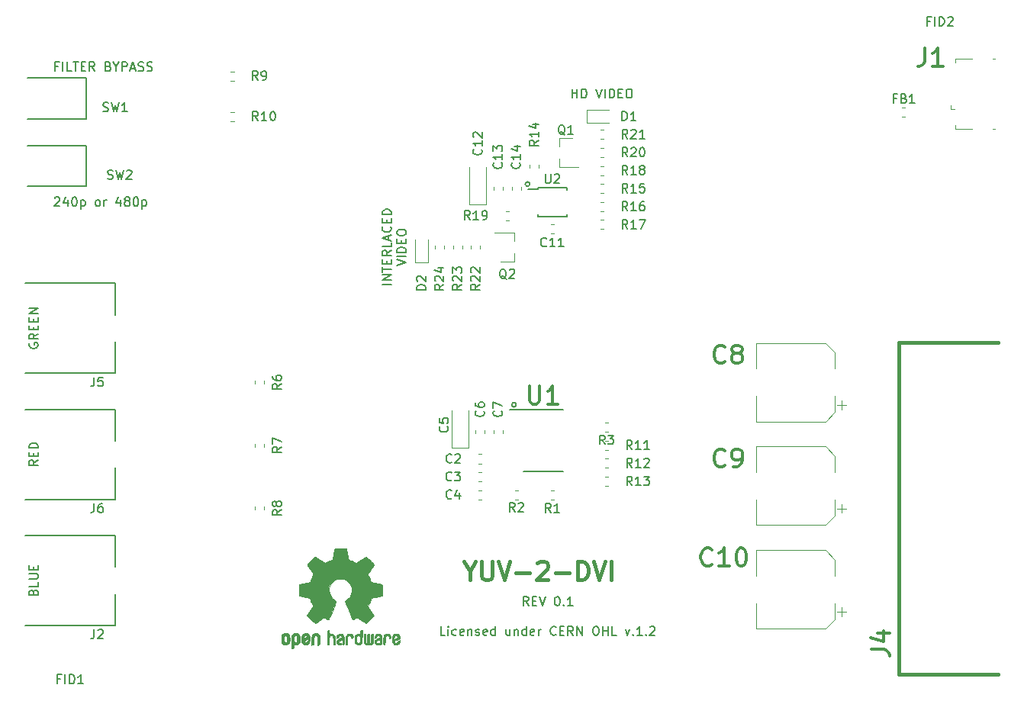
<source format=gbr>
G04 #@! TF.GenerationSoftware,KiCad,Pcbnew,(5.1.0)-1*
G04 #@! TF.CreationDate,2019-03-23T21:37:36-07:00*
G04 #@! TF.ProjectId,yuv2dvi,79757632-6476-4692-9e6b-696361645f70,0.1*
G04 #@! TF.SameCoordinates,Original*
G04 #@! TF.FileFunction,Legend,Top*
G04 #@! TF.FilePolarity,Positive*
%FSLAX46Y46*%
G04 Gerber Fmt 4.6, Leading zero omitted, Abs format (unit mm)*
G04 Created by KiCad (PCBNEW (5.1.0)-1) date 2019-03-23 21:37:36*
%MOMM*%
%LPD*%
G04 APERTURE LIST*
%ADD10C,0.150000*%
%ADD11C,0.400000*%
%ADD12C,0.120000*%
%ADD13C,0.010000*%
%ADD14C,0.300000*%
G04 APERTURE END LIST*
D10*
X160690476Y-68452380D02*
X160690476Y-67452380D01*
X160690476Y-67928571D02*
X161261904Y-67928571D01*
X161261904Y-68452380D02*
X161261904Y-67452380D01*
X161738095Y-68452380D02*
X161738095Y-67452380D01*
X161976190Y-67452380D01*
X162119047Y-67500000D01*
X162214285Y-67595238D01*
X162261904Y-67690476D01*
X162309523Y-67880952D01*
X162309523Y-68023809D01*
X162261904Y-68214285D01*
X162214285Y-68309523D01*
X162119047Y-68404761D01*
X161976190Y-68452380D01*
X161738095Y-68452380D01*
X163357142Y-67452380D02*
X163690476Y-68452380D01*
X164023809Y-67452380D01*
X164357142Y-68452380D02*
X164357142Y-67452380D01*
X164833333Y-68452380D02*
X164833333Y-67452380D01*
X165071428Y-67452380D01*
X165214285Y-67500000D01*
X165309523Y-67595238D01*
X165357142Y-67690476D01*
X165404761Y-67880952D01*
X165404761Y-68023809D01*
X165357142Y-68214285D01*
X165309523Y-68309523D01*
X165214285Y-68404761D01*
X165071428Y-68452380D01*
X164833333Y-68452380D01*
X165833333Y-67928571D02*
X166166666Y-67928571D01*
X166309523Y-68452380D02*
X165833333Y-68452380D01*
X165833333Y-67452380D01*
X166309523Y-67452380D01*
X166928571Y-67452380D02*
X167119047Y-67452380D01*
X167214285Y-67500000D01*
X167309523Y-67595238D01*
X167357142Y-67785714D01*
X167357142Y-68119047D01*
X167309523Y-68309523D01*
X167214285Y-68404761D01*
X167119047Y-68452380D01*
X166928571Y-68452380D01*
X166833333Y-68404761D01*
X166738095Y-68309523D01*
X166690476Y-68119047D01*
X166690476Y-67785714D01*
X166738095Y-67595238D01*
X166833333Y-67500000D01*
X166928571Y-67452380D01*
D11*
X149333333Y-120952380D02*
X149333333Y-121904761D01*
X148666666Y-119904761D02*
X149333333Y-120952380D01*
X150000000Y-119904761D01*
X150666666Y-119904761D02*
X150666666Y-121523809D01*
X150761904Y-121714285D01*
X150857142Y-121809523D01*
X151047619Y-121904761D01*
X151428571Y-121904761D01*
X151619047Y-121809523D01*
X151714285Y-121714285D01*
X151809523Y-121523809D01*
X151809523Y-119904761D01*
X152476190Y-119904761D02*
X153142857Y-121904761D01*
X153809523Y-119904761D01*
X154476190Y-121142857D02*
X156000000Y-121142857D01*
X156857142Y-120095238D02*
X156952380Y-120000000D01*
X157142857Y-119904761D01*
X157619047Y-119904761D01*
X157809523Y-120000000D01*
X157904761Y-120095238D01*
X158000000Y-120285714D01*
X158000000Y-120476190D01*
X157904761Y-120761904D01*
X156761904Y-121904761D01*
X158000000Y-121904761D01*
X158857142Y-121142857D02*
X160380952Y-121142857D01*
X161333333Y-121904761D02*
X161333333Y-119904761D01*
X161809523Y-119904761D01*
X162095238Y-120000000D01*
X162285714Y-120190476D01*
X162380952Y-120380952D01*
X162476190Y-120761904D01*
X162476190Y-121047619D01*
X162380952Y-121428571D01*
X162285714Y-121619047D01*
X162095238Y-121809523D01*
X161809523Y-121904761D01*
X161333333Y-121904761D01*
X163047619Y-119904761D02*
X163714285Y-121904761D01*
X164380952Y-119904761D01*
X165047619Y-121904761D02*
X165047619Y-119904761D01*
D10*
X155857142Y-124802380D02*
X155523809Y-124326190D01*
X155285714Y-124802380D02*
X155285714Y-123802380D01*
X155666666Y-123802380D01*
X155761904Y-123850000D01*
X155809523Y-123897619D01*
X155857142Y-123992857D01*
X155857142Y-124135714D01*
X155809523Y-124230952D01*
X155761904Y-124278571D01*
X155666666Y-124326190D01*
X155285714Y-124326190D01*
X156285714Y-124278571D02*
X156619047Y-124278571D01*
X156761904Y-124802380D02*
X156285714Y-124802380D01*
X156285714Y-123802380D01*
X156761904Y-123802380D01*
X157047619Y-123802380D02*
X157380952Y-124802380D01*
X157714285Y-123802380D01*
X159000000Y-123802380D02*
X159095238Y-123802380D01*
X159190476Y-123850000D01*
X159238095Y-123897619D01*
X159285714Y-123992857D01*
X159333333Y-124183333D01*
X159333333Y-124421428D01*
X159285714Y-124611904D01*
X159238095Y-124707142D01*
X159190476Y-124754761D01*
X159095238Y-124802380D01*
X159000000Y-124802380D01*
X158904761Y-124754761D01*
X158857142Y-124707142D01*
X158809523Y-124611904D01*
X158761904Y-124421428D01*
X158761904Y-124183333D01*
X158809523Y-123992857D01*
X158857142Y-123897619D01*
X158904761Y-123850000D01*
X159000000Y-123802380D01*
X159761904Y-124707142D02*
X159809523Y-124754761D01*
X159761904Y-124802380D01*
X159714285Y-124754761D01*
X159761904Y-124707142D01*
X159761904Y-124802380D01*
X160761904Y-124802380D02*
X160190476Y-124802380D01*
X160476190Y-124802380D02*
X160476190Y-123802380D01*
X160380952Y-123945238D01*
X160285714Y-124040476D01*
X160190476Y-124088095D01*
X146619047Y-128102380D02*
X146142857Y-128102380D01*
X146142857Y-127102380D01*
X146952380Y-128102380D02*
X146952380Y-127435714D01*
X146952380Y-127102380D02*
X146904761Y-127150000D01*
X146952380Y-127197619D01*
X147000000Y-127150000D01*
X146952380Y-127102380D01*
X146952380Y-127197619D01*
X147857142Y-128054761D02*
X147761904Y-128102380D01*
X147571428Y-128102380D01*
X147476190Y-128054761D01*
X147428571Y-128007142D01*
X147380952Y-127911904D01*
X147380952Y-127626190D01*
X147428571Y-127530952D01*
X147476190Y-127483333D01*
X147571428Y-127435714D01*
X147761904Y-127435714D01*
X147857142Y-127483333D01*
X148666666Y-128054761D02*
X148571428Y-128102380D01*
X148380952Y-128102380D01*
X148285714Y-128054761D01*
X148238095Y-127959523D01*
X148238095Y-127578571D01*
X148285714Y-127483333D01*
X148380952Y-127435714D01*
X148571428Y-127435714D01*
X148666666Y-127483333D01*
X148714285Y-127578571D01*
X148714285Y-127673809D01*
X148238095Y-127769047D01*
X149142857Y-127435714D02*
X149142857Y-128102380D01*
X149142857Y-127530952D02*
X149190476Y-127483333D01*
X149285714Y-127435714D01*
X149428571Y-127435714D01*
X149523809Y-127483333D01*
X149571428Y-127578571D01*
X149571428Y-128102380D01*
X150000000Y-128054761D02*
X150095238Y-128102380D01*
X150285714Y-128102380D01*
X150380952Y-128054761D01*
X150428571Y-127959523D01*
X150428571Y-127911904D01*
X150380952Y-127816666D01*
X150285714Y-127769047D01*
X150142857Y-127769047D01*
X150047619Y-127721428D01*
X150000000Y-127626190D01*
X150000000Y-127578571D01*
X150047619Y-127483333D01*
X150142857Y-127435714D01*
X150285714Y-127435714D01*
X150380952Y-127483333D01*
X151238095Y-128054761D02*
X151142857Y-128102380D01*
X150952380Y-128102380D01*
X150857142Y-128054761D01*
X150809523Y-127959523D01*
X150809523Y-127578571D01*
X150857142Y-127483333D01*
X150952380Y-127435714D01*
X151142857Y-127435714D01*
X151238095Y-127483333D01*
X151285714Y-127578571D01*
X151285714Y-127673809D01*
X150809523Y-127769047D01*
X152142857Y-128102380D02*
X152142857Y-127102380D01*
X152142857Y-128054761D02*
X152047619Y-128102380D01*
X151857142Y-128102380D01*
X151761904Y-128054761D01*
X151714285Y-128007142D01*
X151666666Y-127911904D01*
X151666666Y-127626190D01*
X151714285Y-127530952D01*
X151761904Y-127483333D01*
X151857142Y-127435714D01*
X152047619Y-127435714D01*
X152142857Y-127483333D01*
X153809523Y-127435714D02*
X153809523Y-128102380D01*
X153380952Y-127435714D02*
X153380952Y-127959523D01*
X153428571Y-128054761D01*
X153523809Y-128102380D01*
X153666666Y-128102380D01*
X153761904Y-128054761D01*
X153809523Y-128007142D01*
X154285714Y-127435714D02*
X154285714Y-128102380D01*
X154285714Y-127530952D02*
X154333333Y-127483333D01*
X154428571Y-127435714D01*
X154571428Y-127435714D01*
X154666666Y-127483333D01*
X154714285Y-127578571D01*
X154714285Y-128102380D01*
X155619047Y-128102380D02*
X155619047Y-127102380D01*
X155619047Y-128054761D02*
X155523809Y-128102380D01*
X155333333Y-128102380D01*
X155238095Y-128054761D01*
X155190476Y-128007142D01*
X155142857Y-127911904D01*
X155142857Y-127626190D01*
X155190476Y-127530952D01*
X155238095Y-127483333D01*
X155333333Y-127435714D01*
X155523809Y-127435714D01*
X155619047Y-127483333D01*
X156476190Y-128054761D02*
X156380952Y-128102380D01*
X156190476Y-128102380D01*
X156095238Y-128054761D01*
X156047619Y-127959523D01*
X156047619Y-127578571D01*
X156095238Y-127483333D01*
X156190476Y-127435714D01*
X156380952Y-127435714D01*
X156476190Y-127483333D01*
X156523809Y-127578571D01*
X156523809Y-127673809D01*
X156047619Y-127769047D01*
X156952380Y-128102380D02*
X156952380Y-127435714D01*
X156952380Y-127626190D02*
X157000000Y-127530952D01*
X157047619Y-127483333D01*
X157142857Y-127435714D01*
X157238095Y-127435714D01*
X158904761Y-128007142D02*
X158857142Y-128054761D01*
X158714285Y-128102380D01*
X158619047Y-128102380D01*
X158476190Y-128054761D01*
X158380952Y-127959523D01*
X158333333Y-127864285D01*
X158285714Y-127673809D01*
X158285714Y-127530952D01*
X158333333Y-127340476D01*
X158380952Y-127245238D01*
X158476190Y-127150000D01*
X158619047Y-127102380D01*
X158714285Y-127102380D01*
X158857142Y-127150000D01*
X158904761Y-127197619D01*
X159333333Y-127578571D02*
X159666666Y-127578571D01*
X159809523Y-128102380D02*
X159333333Y-128102380D01*
X159333333Y-127102380D01*
X159809523Y-127102380D01*
X160809523Y-128102380D02*
X160476190Y-127626190D01*
X160238095Y-128102380D02*
X160238095Y-127102380D01*
X160619047Y-127102380D01*
X160714285Y-127150000D01*
X160761904Y-127197619D01*
X160809523Y-127292857D01*
X160809523Y-127435714D01*
X160761904Y-127530952D01*
X160714285Y-127578571D01*
X160619047Y-127626190D01*
X160238095Y-127626190D01*
X161238095Y-128102380D02*
X161238095Y-127102380D01*
X161809523Y-128102380D01*
X161809523Y-127102380D01*
X163238095Y-127102380D02*
X163428571Y-127102380D01*
X163523809Y-127150000D01*
X163619047Y-127245238D01*
X163666666Y-127435714D01*
X163666666Y-127769047D01*
X163619047Y-127959523D01*
X163523809Y-128054761D01*
X163428571Y-128102380D01*
X163238095Y-128102380D01*
X163142857Y-128054761D01*
X163047619Y-127959523D01*
X163000000Y-127769047D01*
X163000000Y-127435714D01*
X163047619Y-127245238D01*
X163142857Y-127150000D01*
X163238095Y-127102380D01*
X164095238Y-128102380D02*
X164095238Y-127102380D01*
X164095238Y-127578571D02*
X164666666Y-127578571D01*
X164666666Y-128102380D02*
X164666666Y-127102380D01*
X165619047Y-128102380D02*
X165142857Y-128102380D01*
X165142857Y-127102380D01*
X166619047Y-127435714D02*
X166857142Y-128102380D01*
X167095238Y-127435714D01*
X167476190Y-128007142D02*
X167523809Y-128054761D01*
X167476190Y-128102380D01*
X167428571Y-128054761D01*
X167476190Y-128007142D01*
X167476190Y-128102380D01*
X168476190Y-128102380D02*
X167904761Y-128102380D01*
X168190476Y-128102380D02*
X168190476Y-127102380D01*
X168095238Y-127245238D01*
X168000000Y-127340476D01*
X167904761Y-127388095D01*
X168904761Y-128007142D02*
X168952380Y-128054761D01*
X168904761Y-128102380D01*
X168857142Y-128054761D01*
X168904761Y-128007142D01*
X168904761Y-128102380D01*
X169333333Y-127197619D02*
X169380952Y-127150000D01*
X169476190Y-127102380D01*
X169714285Y-127102380D01*
X169809523Y-127150000D01*
X169857142Y-127197619D01*
X169904761Y-127292857D01*
X169904761Y-127388095D01*
X169857142Y-127530952D01*
X169285714Y-128102380D01*
X169904761Y-128102380D01*
X156000000Y-78000000D02*
G75*
G03X156000000Y-78000000I-250000J0D01*
G01*
X154500000Y-102500000D02*
G75*
G03X154500000Y-102500000I-250000J0D01*
G01*
X103287976Y-79547619D02*
X103335595Y-79500000D01*
X103430833Y-79452380D01*
X103668928Y-79452380D01*
X103764166Y-79500000D01*
X103811785Y-79547619D01*
X103859404Y-79642857D01*
X103859404Y-79738095D01*
X103811785Y-79880952D01*
X103240357Y-80452380D01*
X103859404Y-80452380D01*
X104716547Y-79785714D02*
X104716547Y-80452380D01*
X104478452Y-79404761D02*
X104240357Y-80119047D01*
X104859404Y-80119047D01*
X105430833Y-79452380D02*
X105526071Y-79452380D01*
X105621309Y-79500000D01*
X105668928Y-79547619D01*
X105716547Y-79642857D01*
X105764166Y-79833333D01*
X105764166Y-80071428D01*
X105716547Y-80261904D01*
X105668928Y-80357142D01*
X105621309Y-80404761D01*
X105526071Y-80452380D01*
X105430833Y-80452380D01*
X105335595Y-80404761D01*
X105287976Y-80357142D01*
X105240357Y-80261904D01*
X105192738Y-80071428D01*
X105192738Y-79833333D01*
X105240357Y-79642857D01*
X105287976Y-79547619D01*
X105335595Y-79500000D01*
X105430833Y-79452380D01*
X106192738Y-79785714D02*
X106192738Y-80785714D01*
X106192738Y-79833333D02*
X106287976Y-79785714D01*
X106478452Y-79785714D01*
X106573690Y-79833333D01*
X106621309Y-79880952D01*
X106668928Y-79976190D01*
X106668928Y-80261904D01*
X106621309Y-80357142D01*
X106573690Y-80404761D01*
X106478452Y-80452380D01*
X106287976Y-80452380D01*
X106192738Y-80404761D01*
X108002261Y-80452380D02*
X107907023Y-80404761D01*
X107859404Y-80357142D01*
X107811785Y-80261904D01*
X107811785Y-79976190D01*
X107859404Y-79880952D01*
X107907023Y-79833333D01*
X108002261Y-79785714D01*
X108145119Y-79785714D01*
X108240357Y-79833333D01*
X108287976Y-79880952D01*
X108335595Y-79976190D01*
X108335595Y-80261904D01*
X108287976Y-80357142D01*
X108240357Y-80404761D01*
X108145119Y-80452380D01*
X108002261Y-80452380D01*
X108764166Y-80452380D02*
X108764166Y-79785714D01*
X108764166Y-79976190D02*
X108811785Y-79880952D01*
X108859404Y-79833333D01*
X108954642Y-79785714D01*
X109049880Y-79785714D01*
X110573690Y-79785714D02*
X110573690Y-80452380D01*
X110335595Y-79404761D02*
X110097500Y-80119047D01*
X110716547Y-80119047D01*
X111240357Y-79880952D02*
X111145119Y-79833333D01*
X111097500Y-79785714D01*
X111049880Y-79690476D01*
X111049880Y-79642857D01*
X111097500Y-79547619D01*
X111145119Y-79500000D01*
X111240357Y-79452380D01*
X111430833Y-79452380D01*
X111526071Y-79500000D01*
X111573690Y-79547619D01*
X111621309Y-79642857D01*
X111621309Y-79690476D01*
X111573690Y-79785714D01*
X111526071Y-79833333D01*
X111430833Y-79880952D01*
X111240357Y-79880952D01*
X111145119Y-79928571D01*
X111097500Y-79976190D01*
X111049880Y-80071428D01*
X111049880Y-80261904D01*
X111097500Y-80357142D01*
X111145119Y-80404761D01*
X111240357Y-80452380D01*
X111430833Y-80452380D01*
X111526071Y-80404761D01*
X111573690Y-80357142D01*
X111621309Y-80261904D01*
X111621309Y-80071428D01*
X111573690Y-79976190D01*
X111526071Y-79928571D01*
X111430833Y-79880952D01*
X112240357Y-79452380D02*
X112335595Y-79452380D01*
X112430833Y-79500000D01*
X112478452Y-79547619D01*
X112526071Y-79642857D01*
X112573690Y-79833333D01*
X112573690Y-80071428D01*
X112526071Y-80261904D01*
X112478452Y-80357142D01*
X112430833Y-80404761D01*
X112335595Y-80452380D01*
X112240357Y-80452380D01*
X112145119Y-80404761D01*
X112097500Y-80357142D01*
X112049880Y-80261904D01*
X112002261Y-80071428D01*
X112002261Y-79833333D01*
X112049880Y-79642857D01*
X112097500Y-79547619D01*
X112145119Y-79500000D01*
X112240357Y-79452380D01*
X113002261Y-79785714D02*
X113002261Y-80785714D01*
X113002261Y-79833333D02*
X113097500Y-79785714D01*
X113287976Y-79785714D01*
X113383214Y-79833333D01*
X113430833Y-79880952D01*
X113478452Y-79976190D01*
X113478452Y-80261904D01*
X113430833Y-80357142D01*
X113383214Y-80404761D01*
X113287976Y-80452380D01*
X113097500Y-80452380D01*
X113002261Y-80404761D01*
X103668928Y-64928571D02*
X103335595Y-64928571D01*
X103335595Y-65452380D02*
X103335595Y-64452380D01*
X103811785Y-64452380D01*
X104192738Y-65452380D02*
X104192738Y-64452380D01*
X105145119Y-65452380D02*
X104668928Y-65452380D01*
X104668928Y-64452380D01*
X105335595Y-64452380D02*
X105907023Y-64452380D01*
X105621309Y-65452380D02*
X105621309Y-64452380D01*
X106240357Y-64928571D02*
X106573690Y-64928571D01*
X106716547Y-65452380D02*
X106240357Y-65452380D01*
X106240357Y-64452380D01*
X106716547Y-64452380D01*
X107716547Y-65452380D02*
X107383214Y-64976190D01*
X107145119Y-65452380D02*
X107145119Y-64452380D01*
X107526071Y-64452380D01*
X107621309Y-64500000D01*
X107668928Y-64547619D01*
X107716547Y-64642857D01*
X107716547Y-64785714D01*
X107668928Y-64880952D01*
X107621309Y-64928571D01*
X107526071Y-64976190D01*
X107145119Y-64976190D01*
X109240357Y-64928571D02*
X109383214Y-64976190D01*
X109430833Y-65023809D01*
X109478452Y-65119047D01*
X109478452Y-65261904D01*
X109430833Y-65357142D01*
X109383214Y-65404761D01*
X109287976Y-65452380D01*
X108907023Y-65452380D01*
X108907023Y-64452380D01*
X109240357Y-64452380D01*
X109335595Y-64500000D01*
X109383214Y-64547619D01*
X109430833Y-64642857D01*
X109430833Y-64738095D01*
X109383214Y-64833333D01*
X109335595Y-64880952D01*
X109240357Y-64928571D01*
X108907023Y-64928571D01*
X110097500Y-64976190D02*
X110097500Y-65452380D01*
X109764166Y-64452380D02*
X110097500Y-64976190D01*
X110430833Y-64452380D01*
X110764166Y-65452380D02*
X110764166Y-64452380D01*
X111145119Y-64452380D01*
X111240357Y-64500000D01*
X111287976Y-64547619D01*
X111335595Y-64642857D01*
X111335595Y-64785714D01*
X111287976Y-64880952D01*
X111240357Y-64928571D01*
X111145119Y-64976190D01*
X110764166Y-64976190D01*
X111716547Y-65166666D02*
X112192738Y-65166666D01*
X111621309Y-65452380D02*
X111954642Y-64452380D01*
X112287976Y-65452380D01*
X112573690Y-65404761D02*
X112716547Y-65452380D01*
X112954642Y-65452380D01*
X113049880Y-65404761D01*
X113097500Y-65357142D01*
X113145119Y-65261904D01*
X113145119Y-65166666D01*
X113097500Y-65071428D01*
X113049880Y-65023809D01*
X112954642Y-64976190D01*
X112764166Y-64928571D01*
X112668928Y-64880952D01*
X112621309Y-64833333D01*
X112573690Y-64738095D01*
X112573690Y-64642857D01*
X112621309Y-64547619D01*
X112668928Y-64500000D01*
X112764166Y-64452380D01*
X113002261Y-64452380D01*
X113145119Y-64500000D01*
X113526071Y-65404761D02*
X113668928Y-65452380D01*
X113907023Y-65452380D01*
X114002261Y-65404761D01*
X114049880Y-65357142D01*
X114097500Y-65261904D01*
X114097500Y-65166666D01*
X114049880Y-65071428D01*
X114002261Y-65023809D01*
X113907023Y-64976190D01*
X113716547Y-64928571D01*
X113621309Y-64880952D01*
X113573690Y-64833333D01*
X113526071Y-64738095D01*
X113526071Y-64642857D01*
X113573690Y-64547619D01*
X113621309Y-64500000D01*
X113716547Y-64452380D01*
X113954642Y-64452380D01*
X114097500Y-64500000D01*
X140627380Y-89142857D02*
X139627380Y-89142857D01*
X140627380Y-88666666D02*
X139627380Y-88666666D01*
X140627380Y-88095238D01*
X139627380Y-88095238D01*
X139627380Y-87761904D02*
X139627380Y-87190476D01*
X140627380Y-87476190D02*
X139627380Y-87476190D01*
X140103571Y-86857142D02*
X140103571Y-86523809D01*
X140627380Y-86380952D02*
X140627380Y-86857142D01*
X139627380Y-86857142D01*
X139627380Y-86380952D01*
X140627380Y-85380952D02*
X140151190Y-85714285D01*
X140627380Y-85952380D02*
X139627380Y-85952380D01*
X139627380Y-85571428D01*
X139675000Y-85476190D01*
X139722619Y-85428571D01*
X139817857Y-85380952D01*
X139960714Y-85380952D01*
X140055952Y-85428571D01*
X140103571Y-85476190D01*
X140151190Y-85571428D01*
X140151190Y-85952380D01*
X140627380Y-84476190D02*
X140627380Y-84952380D01*
X139627380Y-84952380D01*
X140341666Y-84190476D02*
X140341666Y-83714285D01*
X140627380Y-84285714D02*
X139627380Y-83952380D01*
X140627380Y-83619047D01*
X140532142Y-82714285D02*
X140579761Y-82761904D01*
X140627380Y-82904761D01*
X140627380Y-83000000D01*
X140579761Y-83142857D01*
X140484523Y-83238095D01*
X140389285Y-83285714D01*
X140198809Y-83333333D01*
X140055952Y-83333333D01*
X139865476Y-83285714D01*
X139770238Y-83238095D01*
X139675000Y-83142857D01*
X139627380Y-83000000D01*
X139627380Y-82904761D01*
X139675000Y-82761904D01*
X139722619Y-82714285D01*
X140103571Y-82285714D02*
X140103571Y-81952380D01*
X140627380Y-81809523D02*
X140627380Y-82285714D01*
X139627380Y-82285714D01*
X139627380Y-81809523D01*
X140627380Y-81380952D02*
X139627380Y-81380952D01*
X139627380Y-81142857D01*
X139675000Y-81000000D01*
X139770238Y-80904761D01*
X139865476Y-80857142D01*
X140055952Y-80809523D01*
X140198809Y-80809523D01*
X140389285Y-80857142D01*
X140484523Y-80904761D01*
X140579761Y-81000000D01*
X140627380Y-81142857D01*
X140627380Y-81380952D01*
X141277380Y-87047619D02*
X142277380Y-86714285D01*
X141277380Y-86380952D01*
X142277380Y-86047619D02*
X141277380Y-86047619D01*
X142277380Y-85571428D02*
X141277380Y-85571428D01*
X141277380Y-85333333D01*
X141325000Y-85190476D01*
X141420238Y-85095238D01*
X141515476Y-85047619D01*
X141705952Y-85000000D01*
X141848809Y-85000000D01*
X142039285Y-85047619D01*
X142134523Y-85095238D01*
X142229761Y-85190476D01*
X142277380Y-85333333D01*
X142277380Y-85571428D01*
X141753571Y-84571428D02*
X141753571Y-84238095D01*
X142277380Y-84095238D02*
X142277380Y-84571428D01*
X141277380Y-84571428D01*
X141277380Y-84095238D01*
X141277380Y-83476190D02*
X141277380Y-83285714D01*
X141325000Y-83190476D01*
X141420238Y-83095238D01*
X141610714Y-83047619D01*
X141944047Y-83047619D01*
X142134523Y-83095238D01*
X142229761Y-83190476D01*
X142277380Y-83285714D01*
X142277380Y-83476190D01*
X142229761Y-83571428D01*
X142134523Y-83666666D01*
X141944047Y-83714285D01*
X141610714Y-83714285D01*
X141420238Y-83666666D01*
X141325000Y-83571428D01*
X141277380Y-83476190D01*
D12*
X164671267Y-104490000D02*
X164328733Y-104490000D01*
X164671267Y-105510000D02*
X164328733Y-105510000D01*
X154671267Y-111990000D02*
X154328733Y-111990000D01*
X154671267Y-113010000D02*
X154328733Y-113010000D01*
X158328733Y-113010000D02*
X158671267Y-113010000D01*
X158328733Y-111990000D02*
X158671267Y-111990000D01*
D10*
X110000000Y-117000000D02*
X110000000Y-120500000D01*
X110000000Y-127000000D02*
X110000000Y-123500000D01*
X100000000Y-117000000D02*
X110000000Y-117000000D01*
X100000000Y-127000000D02*
X110000000Y-127000000D01*
X110000000Y-103000000D02*
X110000000Y-106500000D01*
X110000000Y-113000000D02*
X110000000Y-109500000D01*
X100000000Y-103000000D02*
X110000000Y-103000000D01*
X100000000Y-113000000D02*
X110000000Y-113000000D01*
X110000000Y-89000000D02*
X110000000Y-92500000D01*
X110000000Y-99000000D02*
X110000000Y-95500000D01*
X100000000Y-89000000D02*
X110000000Y-89000000D01*
X100000000Y-99000000D02*
X110000000Y-99000000D01*
D13*
G36*
X135209014Y-118452998D02*
G01*
X135367006Y-118453863D01*
X135481347Y-118456205D01*
X135559407Y-118460762D01*
X135608554Y-118468270D01*
X135636159Y-118479466D01*
X135649592Y-118495088D01*
X135656221Y-118515873D01*
X135656865Y-118518563D01*
X135666935Y-118567113D01*
X135685575Y-118662905D01*
X135710845Y-118795743D01*
X135740807Y-118955431D01*
X135773522Y-119131774D01*
X135774664Y-119137967D01*
X135807433Y-119310782D01*
X135838093Y-119463469D01*
X135864664Y-119586871D01*
X135885167Y-119671831D01*
X135897626Y-119709190D01*
X135898220Y-119709852D01*
X135934919Y-119728095D01*
X136010586Y-119758497D01*
X136108878Y-119794493D01*
X136109425Y-119794685D01*
X136233233Y-119841222D01*
X136379196Y-119900504D01*
X136516781Y-119960109D01*
X136523293Y-119963056D01*
X136747390Y-120064765D01*
X137243619Y-119725897D01*
X137395846Y-119622592D01*
X137533741Y-119530237D01*
X137649315Y-119454084D01*
X137734579Y-119399385D01*
X137781544Y-119371393D01*
X137786004Y-119369317D01*
X137820134Y-119378560D01*
X137883881Y-119423156D01*
X137979731Y-119505209D01*
X138110169Y-119626821D01*
X138243328Y-119756205D01*
X138371694Y-119883702D01*
X138486581Y-120000046D01*
X138581073Y-120098052D01*
X138648253Y-120170536D01*
X138681206Y-120210313D01*
X138682432Y-120212361D01*
X138686074Y-120239656D01*
X138672350Y-120284234D01*
X138637869Y-120352112D01*
X138579239Y-120449311D01*
X138493070Y-120581851D01*
X138378200Y-120752476D01*
X138276254Y-120902655D01*
X138185123Y-121037350D01*
X138110073Y-121148740D01*
X138056369Y-121229005D01*
X138029280Y-121270325D01*
X138027574Y-121273130D01*
X138030882Y-121312721D01*
X138055953Y-121389669D01*
X138097798Y-121489432D01*
X138112712Y-121521291D01*
X138177786Y-121663226D01*
X138247212Y-121824273D01*
X138303609Y-121963621D01*
X138344247Y-122067044D01*
X138376526Y-122145642D01*
X138395178Y-122186720D01*
X138397497Y-122189885D01*
X138431803Y-122195128D01*
X138512669Y-122209494D01*
X138629343Y-122230937D01*
X138771075Y-122257413D01*
X138927110Y-122286877D01*
X139086698Y-122317283D01*
X139239085Y-122346588D01*
X139373521Y-122372745D01*
X139479252Y-122393710D01*
X139545526Y-122407439D01*
X139561782Y-122411320D01*
X139578573Y-122420900D01*
X139591249Y-122442536D01*
X139600378Y-122483531D01*
X139606531Y-122551189D01*
X139610280Y-122652812D01*
X139612192Y-122795703D01*
X139612840Y-122987165D01*
X139612874Y-123065645D01*
X139612874Y-123703906D01*
X139459598Y-123734160D01*
X139374322Y-123750564D01*
X139247070Y-123774509D01*
X139093315Y-123803107D01*
X138928534Y-123833467D01*
X138882989Y-123841806D01*
X138730932Y-123871370D01*
X138598468Y-123900442D01*
X138496714Y-123926329D01*
X138436788Y-123946337D01*
X138426805Y-123952301D01*
X138402293Y-123994534D01*
X138367148Y-124076370D01*
X138328173Y-124181683D01*
X138320442Y-124204368D01*
X138269360Y-124345018D01*
X138205954Y-124503714D01*
X138143904Y-124646225D01*
X138143598Y-124646886D01*
X138040267Y-124870440D01*
X138719961Y-125870232D01*
X138283621Y-126307300D01*
X138151649Y-126437381D01*
X138031279Y-126552048D01*
X137929273Y-126645181D01*
X137852391Y-126710658D01*
X137807393Y-126742357D01*
X137800938Y-126744368D01*
X137763040Y-126728529D01*
X137685708Y-126684496D01*
X137577389Y-126617490D01*
X137446532Y-126532734D01*
X137305052Y-126437816D01*
X137161461Y-126340998D01*
X137033435Y-126256751D01*
X136929105Y-126190258D01*
X136856600Y-126146702D01*
X136824158Y-126131264D01*
X136784576Y-126144328D01*
X136709519Y-126178750D01*
X136614468Y-126227380D01*
X136604392Y-126232785D01*
X136476391Y-126296980D01*
X136388618Y-126328463D01*
X136334028Y-126328798D01*
X136305575Y-126299548D01*
X136305410Y-126299138D01*
X136291188Y-126264498D01*
X136257269Y-126182269D01*
X136206284Y-126058814D01*
X136140862Y-125900498D01*
X136063634Y-125713686D01*
X135977229Y-125504742D01*
X135893551Y-125302446D01*
X135801588Y-125079200D01*
X135717150Y-124872392D01*
X135642769Y-124688362D01*
X135580974Y-124533451D01*
X135534297Y-124413996D01*
X135505268Y-124336339D01*
X135496322Y-124307356D01*
X135518756Y-124274110D01*
X135577439Y-124221123D01*
X135655689Y-124162704D01*
X135878534Y-123977952D01*
X136052718Y-123766182D01*
X136176154Y-123531856D01*
X136246754Y-123279434D01*
X136262431Y-123013377D01*
X136251036Y-122890575D01*
X136188950Y-122635793D01*
X136082023Y-122410801D01*
X135936889Y-122217817D01*
X135760178Y-122059061D01*
X135558522Y-121936750D01*
X135338554Y-121853105D01*
X135106906Y-121810344D01*
X134870209Y-121810687D01*
X134635095Y-121856352D01*
X134408196Y-121949559D01*
X134196144Y-122092527D01*
X134107636Y-122173383D01*
X133937889Y-122381007D01*
X133819699Y-122607895D01*
X133752278Y-122847433D01*
X133734840Y-123093007D01*
X133766598Y-123338003D01*
X133846765Y-123575808D01*
X133974555Y-123799807D01*
X134149180Y-124003387D01*
X134344312Y-124162704D01*
X134425591Y-124223602D01*
X134483009Y-124276015D01*
X134503678Y-124307406D01*
X134492856Y-124341639D01*
X134462077Y-124423419D01*
X134413874Y-124546407D01*
X134350778Y-124704263D01*
X134275322Y-124890649D01*
X134190038Y-125099226D01*
X134106219Y-125302496D01*
X134013745Y-125525933D01*
X133928089Y-125732984D01*
X133851882Y-125917286D01*
X133787753Y-126072475D01*
X133738332Y-126192188D01*
X133706248Y-126270061D01*
X133694359Y-126299138D01*
X133666274Y-126328677D01*
X133611949Y-126328591D01*
X133524395Y-126297326D01*
X133396619Y-126233329D01*
X133395608Y-126232785D01*
X133299402Y-126183121D01*
X133221631Y-126146945D01*
X133177777Y-126131408D01*
X133175842Y-126131264D01*
X133142829Y-126147024D01*
X133069946Y-126190850D01*
X132965322Y-126257557D01*
X132837090Y-126341964D01*
X132694948Y-126437816D01*
X132550233Y-126534867D01*
X132419804Y-126619270D01*
X132312110Y-126685801D01*
X132235598Y-126729238D01*
X132199062Y-126744368D01*
X132165418Y-126724482D01*
X132097776Y-126668903D01*
X132002893Y-126583754D01*
X131887530Y-126475153D01*
X131758445Y-126349221D01*
X131716229Y-126307149D01*
X131279739Y-125869931D01*
X131611977Y-125382340D01*
X131712946Y-125232605D01*
X131801562Y-125098220D01*
X131872854Y-124986969D01*
X131921850Y-124906639D01*
X131943578Y-124865014D01*
X131944215Y-124862053D01*
X131932760Y-124822818D01*
X131901949Y-124743895D01*
X131857116Y-124638509D01*
X131825647Y-124567954D01*
X131766808Y-124432876D01*
X131711396Y-124296409D01*
X131668436Y-124181103D01*
X131656766Y-124145977D01*
X131623611Y-124052174D01*
X131591201Y-123979694D01*
X131573399Y-123952301D01*
X131534114Y-123935536D01*
X131448374Y-123911770D01*
X131327303Y-123883697D01*
X131182027Y-123854009D01*
X131117012Y-123841806D01*
X130951913Y-123811468D01*
X130793552Y-123782093D01*
X130657404Y-123756569D01*
X130558943Y-123737785D01*
X130540402Y-123734160D01*
X130387127Y-123703906D01*
X130387127Y-123065645D01*
X130387471Y-122855770D01*
X130388884Y-122696980D01*
X130391936Y-122581973D01*
X130397197Y-122503446D01*
X130405237Y-122454096D01*
X130416627Y-122426619D01*
X130431937Y-122413713D01*
X130438218Y-122411320D01*
X130476104Y-122402833D01*
X130559805Y-122385900D01*
X130678567Y-122362566D01*
X130821639Y-122334875D01*
X130978268Y-122304873D01*
X131137703Y-122274604D01*
X131289191Y-122246115D01*
X131421981Y-122221449D01*
X131525319Y-122202651D01*
X131588455Y-122191767D01*
X131602503Y-122189885D01*
X131615230Y-122164704D01*
X131643400Y-122097622D01*
X131681748Y-122001333D01*
X131696391Y-121963621D01*
X131755452Y-121817921D01*
X131825000Y-121656951D01*
X131887288Y-121521291D01*
X131933121Y-121417561D01*
X131963613Y-121332326D01*
X131973792Y-121280126D01*
X131972169Y-121273130D01*
X131950657Y-121240102D01*
X131901535Y-121166643D01*
X131830077Y-121060577D01*
X131741555Y-120929726D01*
X131641241Y-120781912D01*
X131621406Y-120752734D01*
X131505012Y-120579863D01*
X131419452Y-120448226D01*
X131361316Y-120351761D01*
X131327192Y-120284408D01*
X131313669Y-120240106D01*
X131317336Y-120212794D01*
X131317430Y-120212620D01*
X131346293Y-120176746D01*
X131410133Y-120107391D01*
X131502031Y-120011745D01*
X131615067Y-119896999D01*
X131742321Y-119770341D01*
X131756672Y-119756205D01*
X131917043Y-119600903D01*
X132040805Y-119486870D01*
X132130445Y-119412002D01*
X132188448Y-119374196D01*
X132213996Y-119369317D01*
X132251282Y-119390603D01*
X132328657Y-119439773D01*
X132438133Y-119511575D01*
X132571720Y-119600755D01*
X132721430Y-119702063D01*
X132756382Y-119725897D01*
X133252610Y-120064765D01*
X133476707Y-119963056D01*
X133612989Y-119903783D01*
X133759276Y-119844170D01*
X133885035Y-119796640D01*
X133890575Y-119794685D01*
X133988943Y-119758677D01*
X134064771Y-119728229D01*
X134101718Y-119709905D01*
X134101780Y-119709852D01*
X134113504Y-119676729D01*
X134133432Y-119595267D01*
X134159587Y-119474625D01*
X134189990Y-119323959D01*
X134222663Y-119152428D01*
X134225336Y-119137967D01*
X134258110Y-118961235D01*
X134288198Y-118800810D01*
X134313661Y-118666888D01*
X134332559Y-118569663D01*
X134342953Y-118519332D01*
X134343135Y-118518563D01*
X134349461Y-118497153D01*
X134361761Y-118480988D01*
X134387406Y-118469331D01*
X134433765Y-118461445D01*
X134508208Y-118456593D01*
X134618105Y-118454039D01*
X134770825Y-118453045D01*
X134973738Y-118452874D01*
X135000000Y-118452874D01*
X135209014Y-118452998D01*
X135209014Y-118452998D01*
G37*
X135209014Y-118452998D02*
X135367006Y-118453863D01*
X135481347Y-118456205D01*
X135559407Y-118460762D01*
X135608554Y-118468270D01*
X135636159Y-118479466D01*
X135649592Y-118495088D01*
X135656221Y-118515873D01*
X135656865Y-118518563D01*
X135666935Y-118567113D01*
X135685575Y-118662905D01*
X135710845Y-118795743D01*
X135740807Y-118955431D01*
X135773522Y-119131774D01*
X135774664Y-119137967D01*
X135807433Y-119310782D01*
X135838093Y-119463469D01*
X135864664Y-119586871D01*
X135885167Y-119671831D01*
X135897626Y-119709190D01*
X135898220Y-119709852D01*
X135934919Y-119728095D01*
X136010586Y-119758497D01*
X136108878Y-119794493D01*
X136109425Y-119794685D01*
X136233233Y-119841222D01*
X136379196Y-119900504D01*
X136516781Y-119960109D01*
X136523293Y-119963056D01*
X136747390Y-120064765D01*
X137243619Y-119725897D01*
X137395846Y-119622592D01*
X137533741Y-119530237D01*
X137649315Y-119454084D01*
X137734579Y-119399385D01*
X137781544Y-119371393D01*
X137786004Y-119369317D01*
X137820134Y-119378560D01*
X137883881Y-119423156D01*
X137979731Y-119505209D01*
X138110169Y-119626821D01*
X138243328Y-119756205D01*
X138371694Y-119883702D01*
X138486581Y-120000046D01*
X138581073Y-120098052D01*
X138648253Y-120170536D01*
X138681206Y-120210313D01*
X138682432Y-120212361D01*
X138686074Y-120239656D01*
X138672350Y-120284234D01*
X138637869Y-120352112D01*
X138579239Y-120449311D01*
X138493070Y-120581851D01*
X138378200Y-120752476D01*
X138276254Y-120902655D01*
X138185123Y-121037350D01*
X138110073Y-121148740D01*
X138056369Y-121229005D01*
X138029280Y-121270325D01*
X138027574Y-121273130D01*
X138030882Y-121312721D01*
X138055953Y-121389669D01*
X138097798Y-121489432D01*
X138112712Y-121521291D01*
X138177786Y-121663226D01*
X138247212Y-121824273D01*
X138303609Y-121963621D01*
X138344247Y-122067044D01*
X138376526Y-122145642D01*
X138395178Y-122186720D01*
X138397497Y-122189885D01*
X138431803Y-122195128D01*
X138512669Y-122209494D01*
X138629343Y-122230937D01*
X138771075Y-122257413D01*
X138927110Y-122286877D01*
X139086698Y-122317283D01*
X139239085Y-122346588D01*
X139373521Y-122372745D01*
X139479252Y-122393710D01*
X139545526Y-122407439D01*
X139561782Y-122411320D01*
X139578573Y-122420900D01*
X139591249Y-122442536D01*
X139600378Y-122483531D01*
X139606531Y-122551189D01*
X139610280Y-122652812D01*
X139612192Y-122795703D01*
X139612840Y-122987165D01*
X139612874Y-123065645D01*
X139612874Y-123703906D01*
X139459598Y-123734160D01*
X139374322Y-123750564D01*
X139247070Y-123774509D01*
X139093315Y-123803107D01*
X138928534Y-123833467D01*
X138882989Y-123841806D01*
X138730932Y-123871370D01*
X138598468Y-123900442D01*
X138496714Y-123926329D01*
X138436788Y-123946337D01*
X138426805Y-123952301D01*
X138402293Y-123994534D01*
X138367148Y-124076370D01*
X138328173Y-124181683D01*
X138320442Y-124204368D01*
X138269360Y-124345018D01*
X138205954Y-124503714D01*
X138143904Y-124646225D01*
X138143598Y-124646886D01*
X138040267Y-124870440D01*
X138719961Y-125870232D01*
X138283621Y-126307300D01*
X138151649Y-126437381D01*
X138031279Y-126552048D01*
X137929273Y-126645181D01*
X137852391Y-126710658D01*
X137807393Y-126742357D01*
X137800938Y-126744368D01*
X137763040Y-126728529D01*
X137685708Y-126684496D01*
X137577389Y-126617490D01*
X137446532Y-126532734D01*
X137305052Y-126437816D01*
X137161461Y-126340998D01*
X137033435Y-126256751D01*
X136929105Y-126190258D01*
X136856600Y-126146702D01*
X136824158Y-126131264D01*
X136784576Y-126144328D01*
X136709519Y-126178750D01*
X136614468Y-126227380D01*
X136604392Y-126232785D01*
X136476391Y-126296980D01*
X136388618Y-126328463D01*
X136334028Y-126328798D01*
X136305575Y-126299548D01*
X136305410Y-126299138D01*
X136291188Y-126264498D01*
X136257269Y-126182269D01*
X136206284Y-126058814D01*
X136140862Y-125900498D01*
X136063634Y-125713686D01*
X135977229Y-125504742D01*
X135893551Y-125302446D01*
X135801588Y-125079200D01*
X135717150Y-124872392D01*
X135642769Y-124688362D01*
X135580974Y-124533451D01*
X135534297Y-124413996D01*
X135505268Y-124336339D01*
X135496322Y-124307356D01*
X135518756Y-124274110D01*
X135577439Y-124221123D01*
X135655689Y-124162704D01*
X135878534Y-123977952D01*
X136052718Y-123766182D01*
X136176154Y-123531856D01*
X136246754Y-123279434D01*
X136262431Y-123013377D01*
X136251036Y-122890575D01*
X136188950Y-122635793D01*
X136082023Y-122410801D01*
X135936889Y-122217817D01*
X135760178Y-122059061D01*
X135558522Y-121936750D01*
X135338554Y-121853105D01*
X135106906Y-121810344D01*
X134870209Y-121810687D01*
X134635095Y-121856352D01*
X134408196Y-121949559D01*
X134196144Y-122092527D01*
X134107636Y-122173383D01*
X133937889Y-122381007D01*
X133819699Y-122607895D01*
X133752278Y-122847433D01*
X133734840Y-123093007D01*
X133766598Y-123338003D01*
X133846765Y-123575808D01*
X133974555Y-123799807D01*
X134149180Y-124003387D01*
X134344312Y-124162704D01*
X134425591Y-124223602D01*
X134483009Y-124276015D01*
X134503678Y-124307406D01*
X134492856Y-124341639D01*
X134462077Y-124423419D01*
X134413874Y-124546407D01*
X134350778Y-124704263D01*
X134275322Y-124890649D01*
X134190038Y-125099226D01*
X134106219Y-125302496D01*
X134013745Y-125525933D01*
X133928089Y-125732984D01*
X133851882Y-125917286D01*
X133787753Y-126072475D01*
X133738332Y-126192188D01*
X133706248Y-126270061D01*
X133694359Y-126299138D01*
X133666274Y-126328677D01*
X133611949Y-126328591D01*
X133524395Y-126297326D01*
X133396619Y-126233329D01*
X133395608Y-126232785D01*
X133299402Y-126183121D01*
X133221631Y-126146945D01*
X133177777Y-126131408D01*
X133175842Y-126131264D01*
X133142829Y-126147024D01*
X133069946Y-126190850D01*
X132965322Y-126257557D01*
X132837090Y-126341964D01*
X132694948Y-126437816D01*
X132550233Y-126534867D01*
X132419804Y-126619270D01*
X132312110Y-126685801D01*
X132235598Y-126729238D01*
X132199062Y-126744368D01*
X132165418Y-126724482D01*
X132097776Y-126668903D01*
X132002893Y-126583754D01*
X131887530Y-126475153D01*
X131758445Y-126349221D01*
X131716229Y-126307149D01*
X131279739Y-125869931D01*
X131611977Y-125382340D01*
X131712946Y-125232605D01*
X131801562Y-125098220D01*
X131872854Y-124986969D01*
X131921850Y-124906639D01*
X131943578Y-124865014D01*
X131944215Y-124862053D01*
X131932760Y-124822818D01*
X131901949Y-124743895D01*
X131857116Y-124638509D01*
X131825647Y-124567954D01*
X131766808Y-124432876D01*
X131711396Y-124296409D01*
X131668436Y-124181103D01*
X131656766Y-124145977D01*
X131623611Y-124052174D01*
X131591201Y-123979694D01*
X131573399Y-123952301D01*
X131534114Y-123935536D01*
X131448374Y-123911770D01*
X131327303Y-123883697D01*
X131182027Y-123854009D01*
X131117012Y-123841806D01*
X130951913Y-123811468D01*
X130793552Y-123782093D01*
X130657404Y-123756569D01*
X130558943Y-123737785D01*
X130540402Y-123734160D01*
X130387127Y-123703906D01*
X130387127Y-123065645D01*
X130387471Y-122855770D01*
X130388884Y-122696980D01*
X130391936Y-122581973D01*
X130397197Y-122503446D01*
X130405237Y-122454096D01*
X130416627Y-122426619D01*
X130431937Y-122413713D01*
X130438218Y-122411320D01*
X130476104Y-122402833D01*
X130559805Y-122385900D01*
X130678567Y-122362566D01*
X130821639Y-122334875D01*
X130978268Y-122304873D01*
X131137703Y-122274604D01*
X131289191Y-122246115D01*
X131421981Y-122221449D01*
X131525319Y-122202651D01*
X131588455Y-122191767D01*
X131602503Y-122189885D01*
X131615230Y-122164704D01*
X131643400Y-122097622D01*
X131681748Y-122001333D01*
X131696391Y-121963621D01*
X131755452Y-121817921D01*
X131825000Y-121656951D01*
X131887288Y-121521291D01*
X131933121Y-121417561D01*
X131963613Y-121332326D01*
X131973792Y-121280126D01*
X131972169Y-121273130D01*
X131950657Y-121240102D01*
X131901535Y-121166643D01*
X131830077Y-121060577D01*
X131741555Y-120929726D01*
X131641241Y-120781912D01*
X131621406Y-120752734D01*
X131505012Y-120579863D01*
X131419452Y-120448226D01*
X131361316Y-120351761D01*
X131327192Y-120284408D01*
X131313669Y-120240106D01*
X131317336Y-120212794D01*
X131317430Y-120212620D01*
X131346293Y-120176746D01*
X131410133Y-120107391D01*
X131502031Y-120011745D01*
X131615067Y-119896999D01*
X131742321Y-119770341D01*
X131756672Y-119756205D01*
X131917043Y-119600903D01*
X132040805Y-119486870D01*
X132130445Y-119412002D01*
X132188448Y-119374196D01*
X132213996Y-119369317D01*
X132251282Y-119390603D01*
X132328657Y-119439773D01*
X132438133Y-119511575D01*
X132571720Y-119600755D01*
X132721430Y-119702063D01*
X132756382Y-119725897D01*
X133252610Y-120064765D01*
X133476707Y-119963056D01*
X133612989Y-119903783D01*
X133759276Y-119844170D01*
X133885035Y-119796640D01*
X133890575Y-119794685D01*
X133988943Y-119758677D01*
X134064771Y-119728229D01*
X134101718Y-119709905D01*
X134101780Y-119709852D01*
X134113504Y-119676729D01*
X134133432Y-119595267D01*
X134159587Y-119474625D01*
X134189990Y-119323959D01*
X134222663Y-119152428D01*
X134225336Y-119137967D01*
X134258110Y-118961235D01*
X134288198Y-118800810D01*
X134313661Y-118666888D01*
X134332559Y-118569663D01*
X134342953Y-118519332D01*
X134343135Y-118518563D01*
X134349461Y-118497153D01*
X134361761Y-118480988D01*
X134387406Y-118469331D01*
X134433765Y-118461445D01*
X134508208Y-118456593D01*
X134618105Y-118454039D01*
X134770825Y-118453045D01*
X134973738Y-118452874D01*
X135000000Y-118452874D01*
X135209014Y-118452998D01*
G36*
X141343439Y-127956540D02*
G01*
X141458950Y-128032034D01*
X141514664Y-128099617D01*
X141558804Y-128222255D01*
X141562309Y-128319298D01*
X141554368Y-128449056D01*
X141255115Y-128580039D01*
X141109611Y-128646958D01*
X141014537Y-128700790D01*
X140965101Y-128747416D01*
X140956511Y-128792720D01*
X140983972Y-128842582D01*
X141014253Y-128875632D01*
X141102363Y-128928633D01*
X141198196Y-128932347D01*
X141286212Y-128891041D01*
X141350869Y-128808983D01*
X141362433Y-128780008D01*
X141417825Y-128689509D01*
X141481553Y-128650940D01*
X141568966Y-128617946D01*
X141568966Y-128743034D01*
X141561238Y-128828156D01*
X141530966Y-128899938D01*
X141467518Y-128982356D01*
X141458088Y-128993066D01*
X141387513Y-129066391D01*
X141326847Y-129105742D01*
X141250950Y-129123845D01*
X141188030Y-129129774D01*
X141075487Y-129131251D01*
X140995370Y-129112535D01*
X140945390Y-129084747D01*
X140866838Y-129023641D01*
X140812463Y-128957554D01*
X140778052Y-128874441D01*
X140759388Y-128762254D01*
X140752256Y-128608946D01*
X140751687Y-128531136D01*
X140753622Y-128437853D01*
X140929899Y-128437853D01*
X140931944Y-128487896D01*
X140937039Y-128496092D01*
X140970666Y-128484958D01*
X141043030Y-128455493D01*
X141139747Y-128413601D01*
X141159973Y-128404597D01*
X141282203Y-128342442D01*
X141349547Y-128287815D01*
X141364348Y-128236649D01*
X141328947Y-128184876D01*
X141299711Y-128162000D01*
X141194216Y-128116250D01*
X141095476Y-128123808D01*
X141012812Y-128179651D01*
X140955548Y-128278753D01*
X140937188Y-128357414D01*
X140929899Y-128437853D01*
X140753622Y-128437853D01*
X140755459Y-128349351D01*
X140769359Y-128214853D01*
X140796894Y-128116916D01*
X140841572Y-128044811D01*
X140906901Y-127987813D01*
X140935383Y-127969393D01*
X141064763Y-127921422D01*
X141206412Y-127918403D01*
X141343439Y-127956540D01*
X141343439Y-127956540D01*
G37*
X141343439Y-127956540D02*
X141458950Y-128032034D01*
X141514664Y-128099617D01*
X141558804Y-128222255D01*
X141562309Y-128319298D01*
X141554368Y-128449056D01*
X141255115Y-128580039D01*
X141109611Y-128646958D01*
X141014537Y-128700790D01*
X140965101Y-128747416D01*
X140956511Y-128792720D01*
X140983972Y-128842582D01*
X141014253Y-128875632D01*
X141102363Y-128928633D01*
X141198196Y-128932347D01*
X141286212Y-128891041D01*
X141350869Y-128808983D01*
X141362433Y-128780008D01*
X141417825Y-128689509D01*
X141481553Y-128650940D01*
X141568966Y-128617946D01*
X141568966Y-128743034D01*
X141561238Y-128828156D01*
X141530966Y-128899938D01*
X141467518Y-128982356D01*
X141458088Y-128993066D01*
X141387513Y-129066391D01*
X141326847Y-129105742D01*
X141250950Y-129123845D01*
X141188030Y-129129774D01*
X141075487Y-129131251D01*
X140995370Y-129112535D01*
X140945390Y-129084747D01*
X140866838Y-129023641D01*
X140812463Y-128957554D01*
X140778052Y-128874441D01*
X140759388Y-128762254D01*
X140752256Y-128608946D01*
X140751687Y-128531136D01*
X140753622Y-128437853D01*
X140929899Y-128437853D01*
X140931944Y-128487896D01*
X140937039Y-128496092D01*
X140970666Y-128484958D01*
X141043030Y-128455493D01*
X141139747Y-128413601D01*
X141159973Y-128404597D01*
X141282203Y-128342442D01*
X141349547Y-128287815D01*
X141364348Y-128236649D01*
X141328947Y-128184876D01*
X141299711Y-128162000D01*
X141194216Y-128116250D01*
X141095476Y-128123808D01*
X141012812Y-128179651D01*
X140955548Y-128278753D01*
X140937188Y-128357414D01*
X140929899Y-128437853D01*
X140753622Y-128437853D01*
X140755459Y-128349351D01*
X140769359Y-128214853D01*
X140796894Y-128116916D01*
X140841572Y-128044811D01*
X140906901Y-127987813D01*
X140935383Y-127969393D01*
X141064763Y-127921422D01*
X141206412Y-127918403D01*
X141343439Y-127956540D01*
G36*
X140335690Y-127940018D02*
G01*
X140370585Y-127955269D01*
X140453877Y-128021235D01*
X140525103Y-128116618D01*
X140569153Y-128218406D01*
X140576322Y-128268587D01*
X140552285Y-128338647D01*
X140499561Y-128375717D01*
X140443031Y-128398164D01*
X140417146Y-128402300D01*
X140404542Y-128372283D01*
X140379654Y-128306961D01*
X140368735Y-128277445D01*
X140307508Y-128175348D01*
X140218861Y-128124423D01*
X140105193Y-128125989D01*
X140096774Y-128127994D01*
X140036088Y-128156767D01*
X139991474Y-128212859D01*
X139961002Y-128303163D01*
X139942744Y-128434571D01*
X139934771Y-128613974D01*
X139934023Y-128709433D01*
X139933652Y-128859913D01*
X139931223Y-128962495D01*
X139924760Y-129027672D01*
X139912288Y-129065938D01*
X139891833Y-129087785D01*
X139861419Y-129103707D01*
X139859661Y-129104509D01*
X139801091Y-129129272D01*
X139772075Y-129138391D01*
X139767616Y-129110822D01*
X139763799Y-129034620D01*
X139760899Y-128919541D01*
X139759191Y-128775341D01*
X139758851Y-128669814D01*
X139760588Y-128465613D01*
X139767382Y-128310697D01*
X139781607Y-128196024D01*
X139805638Y-128112551D01*
X139841848Y-128051236D01*
X139892612Y-128003034D01*
X139942739Y-127969393D01*
X140063275Y-127924619D01*
X140203557Y-127914521D01*
X140335690Y-127940018D01*
X140335690Y-127940018D01*
G37*
X140335690Y-127940018D02*
X140370585Y-127955269D01*
X140453877Y-128021235D01*
X140525103Y-128116618D01*
X140569153Y-128218406D01*
X140576322Y-128268587D01*
X140552285Y-128338647D01*
X140499561Y-128375717D01*
X140443031Y-128398164D01*
X140417146Y-128402300D01*
X140404542Y-128372283D01*
X140379654Y-128306961D01*
X140368735Y-128277445D01*
X140307508Y-128175348D01*
X140218861Y-128124423D01*
X140105193Y-128125989D01*
X140096774Y-128127994D01*
X140036088Y-128156767D01*
X139991474Y-128212859D01*
X139961002Y-128303163D01*
X139942744Y-128434571D01*
X139934771Y-128613974D01*
X139934023Y-128709433D01*
X139933652Y-128859913D01*
X139931223Y-128962495D01*
X139924760Y-129027672D01*
X139912288Y-129065938D01*
X139891833Y-129087785D01*
X139861419Y-129103707D01*
X139859661Y-129104509D01*
X139801091Y-129129272D01*
X139772075Y-129138391D01*
X139767616Y-129110822D01*
X139763799Y-129034620D01*
X139760899Y-128919541D01*
X139759191Y-128775341D01*
X139758851Y-128669814D01*
X139760588Y-128465613D01*
X139767382Y-128310697D01*
X139781607Y-128196024D01*
X139805638Y-128112551D01*
X139841848Y-128051236D01*
X139892612Y-128003034D01*
X139942739Y-127969393D01*
X140063275Y-127924619D01*
X140203557Y-127914521D01*
X140335690Y-127940018D01*
G36*
X139314406Y-127935156D02*
G01*
X139398469Y-127973393D01*
X139464450Y-128019726D01*
X139512794Y-128071532D01*
X139546172Y-128138363D01*
X139567253Y-128229769D01*
X139578707Y-128355301D01*
X139583203Y-128524508D01*
X139583678Y-128635933D01*
X139583678Y-129070627D01*
X139509316Y-129104509D01*
X139450746Y-129129272D01*
X139421730Y-129138391D01*
X139416179Y-129111257D01*
X139411775Y-129038094D01*
X139409078Y-128931263D01*
X139408506Y-128846437D01*
X139406046Y-128723887D01*
X139399412Y-128626668D01*
X139389726Y-128567134D01*
X139382032Y-128554483D01*
X139330311Y-128567402D01*
X139249117Y-128600539D01*
X139155102Y-128645461D01*
X139064917Y-128693735D01*
X138995215Y-128736928D01*
X138962648Y-128766608D01*
X138962519Y-128766929D01*
X138965320Y-128821857D01*
X138990439Y-128874292D01*
X139034541Y-128916881D01*
X139098909Y-128931126D01*
X139153921Y-128929466D01*
X139231835Y-128928245D01*
X139272732Y-128946498D01*
X139297295Y-128994726D01*
X139300392Y-129003820D01*
X139311040Y-129072598D01*
X139282565Y-129114360D01*
X139208344Y-129134263D01*
X139128168Y-129137944D01*
X138983890Y-129110658D01*
X138909203Y-129071690D01*
X138816963Y-128980148D01*
X138768043Y-128867782D01*
X138763654Y-128749051D01*
X138805001Y-128638411D01*
X138867197Y-128569080D01*
X138929294Y-128530265D01*
X139026895Y-128481125D01*
X139140632Y-128431292D01*
X139159590Y-128423677D01*
X139284521Y-128368545D01*
X139356539Y-128319954D01*
X139379700Y-128271647D01*
X139358064Y-128217370D01*
X139320920Y-128174943D01*
X139233127Y-128122702D01*
X139136530Y-128118784D01*
X139047944Y-128159041D01*
X138984186Y-128239326D01*
X138975817Y-128260040D01*
X138927096Y-128336225D01*
X138855965Y-128392785D01*
X138766207Y-128439201D01*
X138766207Y-128307584D01*
X138771490Y-128227168D01*
X138794142Y-128163786D01*
X138844367Y-128096163D01*
X138892582Y-128044076D01*
X138967554Y-127970322D01*
X139025806Y-127930702D01*
X139088372Y-127914810D01*
X139159193Y-127912184D01*
X139314406Y-127935156D01*
X139314406Y-127935156D01*
G37*
X139314406Y-127935156D02*
X139398469Y-127973393D01*
X139464450Y-128019726D01*
X139512794Y-128071532D01*
X139546172Y-128138363D01*
X139567253Y-128229769D01*
X139578707Y-128355301D01*
X139583203Y-128524508D01*
X139583678Y-128635933D01*
X139583678Y-129070627D01*
X139509316Y-129104509D01*
X139450746Y-129129272D01*
X139421730Y-129138391D01*
X139416179Y-129111257D01*
X139411775Y-129038094D01*
X139409078Y-128931263D01*
X139408506Y-128846437D01*
X139406046Y-128723887D01*
X139399412Y-128626668D01*
X139389726Y-128567134D01*
X139382032Y-128554483D01*
X139330311Y-128567402D01*
X139249117Y-128600539D01*
X139155102Y-128645461D01*
X139064917Y-128693735D01*
X138995215Y-128736928D01*
X138962648Y-128766608D01*
X138962519Y-128766929D01*
X138965320Y-128821857D01*
X138990439Y-128874292D01*
X139034541Y-128916881D01*
X139098909Y-128931126D01*
X139153921Y-128929466D01*
X139231835Y-128928245D01*
X139272732Y-128946498D01*
X139297295Y-128994726D01*
X139300392Y-129003820D01*
X139311040Y-129072598D01*
X139282565Y-129114360D01*
X139208344Y-129134263D01*
X139128168Y-129137944D01*
X138983890Y-129110658D01*
X138909203Y-129071690D01*
X138816963Y-128980148D01*
X138768043Y-128867782D01*
X138763654Y-128749051D01*
X138805001Y-128638411D01*
X138867197Y-128569080D01*
X138929294Y-128530265D01*
X139026895Y-128481125D01*
X139140632Y-128431292D01*
X139159590Y-128423677D01*
X139284521Y-128368545D01*
X139356539Y-128319954D01*
X139379700Y-128271647D01*
X139358064Y-128217370D01*
X139320920Y-128174943D01*
X139233127Y-128122702D01*
X139136530Y-128118784D01*
X139047944Y-128159041D01*
X138984186Y-128239326D01*
X138975817Y-128260040D01*
X138927096Y-128336225D01*
X138855965Y-128392785D01*
X138766207Y-128439201D01*
X138766207Y-128307584D01*
X138771490Y-128227168D01*
X138794142Y-128163786D01*
X138844367Y-128096163D01*
X138892582Y-128044076D01*
X138967554Y-127970322D01*
X139025806Y-127930702D01*
X139088372Y-127914810D01*
X139159193Y-127912184D01*
X139314406Y-127935156D01*
G36*
X138580124Y-127939840D02*
G01*
X138584579Y-128016653D01*
X138588071Y-128133391D01*
X138590315Y-128280821D01*
X138591035Y-128435455D01*
X138591035Y-128958727D01*
X138498645Y-129051117D01*
X138434978Y-129108047D01*
X138379089Y-129131107D01*
X138302702Y-129129647D01*
X138272380Y-129125934D01*
X138177610Y-129115126D01*
X138099222Y-129108933D01*
X138080115Y-129108361D01*
X138015699Y-129112102D01*
X137923571Y-129121494D01*
X137887850Y-129125934D01*
X137800114Y-129132801D01*
X137741153Y-129117885D01*
X137682690Y-129071835D01*
X137661585Y-129051117D01*
X137569195Y-128958727D01*
X137569195Y-127979947D01*
X137643558Y-127946066D01*
X137707590Y-127920970D01*
X137745052Y-127912184D01*
X137754657Y-127939950D01*
X137763635Y-128017530D01*
X137771386Y-128136348D01*
X137777314Y-128287828D01*
X137780173Y-128415805D01*
X137788161Y-128919425D01*
X137857848Y-128929278D01*
X137921229Y-128922389D01*
X137952286Y-128900083D01*
X137960967Y-128858379D01*
X137968378Y-128769544D01*
X137973931Y-128644834D01*
X137977036Y-128495507D01*
X137977484Y-128418661D01*
X137977931Y-127976287D01*
X138069874Y-127944235D01*
X138134949Y-127922443D01*
X138170347Y-127912281D01*
X138171368Y-127912184D01*
X138174920Y-127939809D01*
X138178823Y-128016411D01*
X138182751Y-128132579D01*
X138186376Y-128278904D01*
X138188908Y-128415805D01*
X138196897Y-128919425D01*
X138372069Y-128919425D01*
X138380107Y-128459965D01*
X138388146Y-128000505D01*
X138473543Y-127956344D01*
X138536593Y-127926019D01*
X138573910Y-127912258D01*
X138574987Y-127912184D01*
X138580124Y-127939840D01*
X138580124Y-127939840D01*
G37*
X138580124Y-127939840D02*
X138584579Y-128016653D01*
X138588071Y-128133391D01*
X138590315Y-128280821D01*
X138591035Y-128435455D01*
X138591035Y-128958727D01*
X138498645Y-129051117D01*
X138434978Y-129108047D01*
X138379089Y-129131107D01*
X138302702Y-129129647D01*
X138272380Y-129125934D01*
X138177610Y-129115126D01*
X138099222Y-129108933D01*
X138080115Y-129108361D01*
X138015699Y-129112102D01*
X137923571Y-129121494D01*
X137887850Y-129125934D01*
X137800114Y-129132801D01*
X137741153Y-129117885D01*
X137682690Y-129071835D01*
X137661585Y-129051117D01*
X137569195Y-128958727D01*
X137569195Y-127979947D01*
X137643558Y-127946066D01*
X137707590Y-127920970D01*
X137745052Y-127912184D01*
X137754657Y-127939950D01*
X137763635Y-128017530D01*
X137771386Y-128136348D01*
X137777314Y-128287828D01*
X137780173Y-128415805D01*
X137788161Y-128919425D01*
X137857848Y-128929278D01*
X137921229Y-128922389D01*
X137952286Y-128900083D01*
X137960967Y-128858379D01*
X137968378Y-128769544D01*
X137973931Y-128644834D01*
X137977036Y-128495507D01*
X137977484Y-128418661D01*
X137977931Y-127976287D01*
X138069874Y-127944235D01*
X138134949Y-127922443D01*
X138170347Y-127912281D01*
X138171368Y-127912184D01*
X138174920Y-127939809D01*
X138178823Y-128016411D01*
X138182751Y-128132579D01*
X138186376Y-128278904D01*
X138188908Y-128415805D01*
X138196897Y-128919425D01*
X138372069Y-128919425D01*
X138380107Y-128459965D01*
X138388146Y-128000505D01*
X138473543Y-127956344D01*
X138536593Y-127926019D01*
X138573910Y-127912258D01*
X138574987Y-127912184D01*
X138580124Y-127939840D01*
G36*
X137393914Y-128154455D02*
G01*
X137393543Y-128372661D01*
X137392108Y-128540519D01*
X137389002Y-128666070D01*
X137383622Y-128757355D01*
X137375362Y-128822415D01*
X137363616Y-128869291D01*
X137347781Y-128906024D01*
X137335790Y-128926991D01*
X137236490Y-129040694D01*
X137110588Y-129111965D01*
X136971291Y-129137538D01*
X136831805Y-129114150D01*
X136748743Y-129072119D01*
X136661545Y-128999411D01*
X136602117Y-128910612D01*
X136566261Y-128794320D01*
X136549781Y-128639135D01*
X136547447Y-128525287D01*
X136547761Y-128517106D01*
X136751724Y-128517106D01*
X136752970Y-128647657D01*
X136758678Y-128734080D01*
X136771804Y-128790618D01*
X136795306Y-128831514D01*
X136823386Y-128862362D01*
X136917688Y-128921905D01*
X137018940Y-128926992D01*
X137114636Y-128877279D01*
X137122084Y-128870543D01*
X137153874Y-128835502D01*
X137173808Y-128793811D01*
X137184600Y-128731762D01*
X137188965Y-128635644D01*
X137189655Y-128529379D01*
X137188159Y-128395880D01*
X137181964Y-128306822D01*
X137168514Y-128248293D01*
X137145251Y-128206382D01*
X137126175Y-128184123D01*
X137037563Y-128127985D01*
X136935508Y-128121235D01*
X136838095Y-128164114D01*
X136819296Y-128180032D01*
X136787293Y-128215382D01*
X136767318Y-128257502D01*
X136756593Y-128320251D01*
X136752339Y-128417487D01*
X136751724Y-128517106D01*
X136547761Y-128517106D01*
X136554504Y-128341947D01*
X136578472Y-128204195D01*
X136623548Y-128100632D01*
X136693928Y-128019856D01*
X136748743Y-127978455D01*
X136848376Y-127933728D01*
X136963855Y-127912967D01*
X137071199Y-127918525D01*
X137131264Y-127940943D01*
X137154835Y-127947323D01*
X137170477Y-127923535D01*
X137181395Y-127859788D01*
X137189655Y-127762687D01*
X137198699Y-127654541D01*
X137211261Y-127589475D01*
X137234119Y-127552268D01*
X137274051Y-127527699D01*
X137299138Y-127516819D01*
X137394023Y-127477072D01*
X137393914Y-128154455D01*
X137393914Y-128154455D01*
G37*
X137393914Y-128154455D02*
X137393543Y-128372661D01*
X137392108Y-128540519D01*
X137389002Y-128666070D01*
X137383622Y-128757355D01*
X137375362Y-128822415D01*
X137363616Y-128869291D01*
X137347781Y-128906024D01*
X137335790Y-128926991D01*
X137236490Y-129040694D01*
X137110588Y-129111965D01*
X136971291Y-129137538D01*
X136831805Y-129114150D01*
X136748743Y-129072119D01*
X136661545Y-128999411D01*
X136602117Y-128910612D01*
X136566261Y-128794320D01*
X136549781Y-128639135D01*
X136547447Y-128525287D01*
X136547761Y-128517106D01*
X136751724Y-128517106D01*
X136752970Y-128647657D01*
X136758678Y-128734080D01*
X136771804Y-128790618D01*
X136795306Y-128831514D01*
X136823386Y-128862362D01*
X136917688Y-128921905D01*
X137018940Y-128926992D01*
X137114636Y-128877279D01*
X137122084Y-128870543D01*
X137153874Y-128835502D01*
X137173808Y-128793811D01*
X137184600Y-128731762D01*
X137188965Y-128635644D01*
X137189655Y-128529379D01*
X137188159Y-128395880D01*
X137181964Y-128306822D01*
X137168514Y-128248293D01*
X137145251Y-128206382D01*
X137126175Y-128184123D01*
X137037563Y-128127985D01*
X136935508Y-128121235D01*
X136838095Y-128164114D01*
X136819296Y-128180032D01*
X136787293Y-128215382D01*
X136767318Y-128257502D01*
X136756593Y-128320251D01*
X136752339Y-128417487D01*
X136751724Y-128517106D01*
X136547761Y-128517106D01*
X136554504Y-128341947D01*
X136578472Y-128204195D01*
X136623548Y-128100632D01*
X136693928Y-128019856D01*
X136748743Y-127978455D01*
X136848376Y-127933728D01*
X136963855Y-127912967D01*
X137071199Y-127918525D01*
X137131264Y-127940943D01*
X137154835Y-127947323D01*
X137170477Y-127923535D01*
X137181395Y-127859788D01*
X137189655Y-127762687D01*
X137198699Y-127654541D01*
X137211261Y-127589475D01*
X137234119Y-127552268D01*
X137274051Y-127527699D01*
X137299138Y-127516819D01*
X137394023Y-127477072D01*
X137393914Y-128154455D01*
G36*
X136065943Y-127921920D02*
G01*
X136198565Y-127970859D01*
X136306010Y-128057419D01*
X136348032Y-128118352D01*
X136393843Y-128230161D01*
X136392891Y-128311006D01*
X136344808Y-128365378D01*
X136327017Y-128374624D01*
X136250204Y-128403450D01*
X136210976Y-128396065D01*
X136197689Y-128347658D01*
X136197012Y-128320920D01*
X136172686Y-128222548D01*
X136109281Y-128153734D01*
X136021154Y-128120498D01*
X135922663Y-128128861D01*
X135842602Y-128172296D01*
X135815561Y-128197072D01*
X135796394Y-128227129D01*
X135783446Y-128272565D01*
X135775064Y-128343476D01*
X135769593Y-128449960D01*
X135765378Y-128602112D01*
X135764287Y-128650287D01*
X135760307Y-128815095D01*
X135755781Y-128931088D01*
X135748995Y-129007833D01*
X135738231Y-129054893D01*
X135721773Y-129081835D01*
X135697906Y-129098223D01*
X135682626Y-129105463D01*
X135617733Y-129130220D01*
X135579534Y-129138391D01*
X135566912Y-129111103D01*
X135559208Y-129028603D01*
X135556380Y-128889941D01*
X135558386Y-128694162D01*
X135559011Y-128663965D01*
X135563421Y-128485349D01*
X135568635Y-128354923D01*
X135576055Y-128262492D01*
X135587082Y-128197858D01*
X135603117Y-128150825D01*
X135625561Y-128111196D01*
X135637302Y-128094215D01*
X135704619Y-128019080D01*
X135779910Y-127960638D01*
X135789128Y-127955536D01*
X135924133Y-127915260D01*
X136065943Y-127921920D01*
X136065943Y-127921920D01*
G37*
X136065943Y-127921920D02*
X136198565Y-127970859D01*
X136306010Y-128057419D01*
X136348032Y-128118352D01*
X136393843Y-128230161D01*
X136392891Y-128311006D01*
X136344808Y-128365378D01*
X136327017Y-128374624D01*
X136250204Y-128403450D01*
X136210976Y-128396065D01*
X136197689Y-128347658D01*
X136197012Y-128320920D01*
X136172686Y-128222548D01*
X136109281Y-128153734D01*
X136021154Y-128120498D01*
X135922663Y-128128861D01*
X135842602Y-128172296D01*
X135815561Y-128197072D01*
X135796394Y-128227129D01*
X135783446Y-128272565D01*
X135775064Y-128343476D01*
X135769593Y-128449960D01*
X135765378Y-128602112D01*
X135764287Y-128650287D01*
X135760307Y-128815095D01*
X135755781Y-128931088D01*
X135748995Y-129007833D01*
X135738231Y-129054893D01*
X135721773Y-129081835D01*
X135697906Y-129098223D01*
X135682626Y-129105463D01*
X135617733Y-129130220D01*
X135579534Y-129138391D01*
X135566912Y-129111103D01*
X135559208Y-129028603D01*
X135556380Y-128889941D01*
X135558386Y-128694162D01*
X135559011Y-128663965D01*
X135563421Y-128485349D01*
X135568635Y-128354923D01*
X135576055Y-128262492D01*
X135587082Y-128197858D01*
X135603117Y-128150825D01*
X135625561Y-128111196D01*
X135637302Y-128094215D01*
X135704619Y-128019080D01*
X135779910Y-127960638D01*
X135789128Y-127955536D01*
X135924133Y-127915260D01*
X136065943Y-127921920D01*
G36*
X135079944Y-127924360D02*
G01*
X135194343Y-127966842D01*
X135195652Y-127967658D01*
X135266403Y-128019730D01*
X135318636Y-128080584D01*
X135355371Y-128159887D01*
X135379634Y-128267309D01*
X135394445Y-128412517D01*
X135402829Y-128605179D01*
X135403564Y-128632628D01*
X135414120Y-129046521D01*
X135325291Y-129092456D01*
X135261018Y-129123498D01*
X135222210Y-129138206D01*
X135220415Y-129138391D01*
X135213700Y-129111250D01*
X135208365Y-129038041D01*
X135205083Y-128931081D01*
X135204368Y-128844469D01*
X135204351Y-128704162D01*
X135197937Y-128616051D01*
X135175580Y-128574025D01*
X135127732Y-128571975D01*
X135044849Y-128603790D01*
X134919713Y-128662272D01*
X134827697Y-128710845D01*
X134780371Y-128752986D01*
X134766458Y-128798916D01*
X134766437Y-128801189D01*
X134789395Y-128880311D01*
X134857370Y-128923055D01*
X134961398Y-128929246D01*
X135036330Y-128928172D01*
X135075839Y-128949753D01*
X135100478Y-129001591D01*
X135114659Y-129067632D01*
X135094223Y-129105104D01*
X135086528Y-129110467D01*
X135014083Y-129132006D01*
X134912633Y-129135055D01*
X134808157Y-129120778D01*
X134734125Y-129094688D01*
X134631772Y-129007785D01*
X134573591Y-128886816D01*
X134562069Y-128792308D01*
X134570862Y-128707062D01*
X134602680Y-128637476D01*
X134665684Y-128575672D01*
X134768031Y-128513772D01*
X134917882Y-128443897D01*
X134927012Y-128439948D01*
X135061997Y-128377588D01*
X135145294Y-128326446D01*
X135180997Y-128280488D01*
X135173203Y-128233683D01*
X135126007Y-128179998D01*
X135111894Y-128167644D01*
X135017359Y-128119741D01*
X134919406Y-128121758D01*
X134834097Y-128168724D01*
X134777496Y-128255669D01*
X134772237Y-128272734D01*
X134721023Y-128355504D01*
X134656037Y-128395372D01*
X134562069Y-128434882D01*
X134562069Y-128332658D01*
X134590653Y-128184072D01*
X134675495Y-128047784D01*
X134719645Y-128002191D01*
X134820005Y-127943674D01*
X134947635Y-127917184D01*
X135079944Y-127924360D01*
X135079944Y-127924360D01*
G37*
X135079944Y-127924360D02*
X135194343Y-127966842D01*
X135195652Y-127967658D01*
X135266403Y-128019730D01*
X135318636Y-128080584D01*
X135355371Y-128159887D01*
X135379634Y-128267309D01*
X135394445Y-128412517D01*
X135402829Y-128605179D01*
X135403564Y-128632628D01*
X135414120Y-129046521D01*
X135325291Y-129092456D01*
X135261018Y-129123498D01*
X135222210Y-129138206D01*
X135220415Y-129138391D01*
X135213700Y-129111250D01*
X135208365Y-129038041D01*
X135205083Y-128931081D01*
X135204368Y-128844469D01*
X135204351Y-128704162D01*
X135197937Y-128616051D01*
X135175580Y-128574025D01*
X135127732Y-128571975D01*
X135044849Y-128603790D01*
X134919713Y-128662272D01*
X134827697Y-128710845D01*
X134780371Y-128752986D01*
X134766458Y-128798916D01*
X134766437Y-128801189D01*
X134789395Y-128880311D01*
X134857370Y-128923055D01*
X134961398Y-128929246D01*
X135036330Y-128928172D01*
X135075839Y-128949753D01*
X135100478Y-129001591D01*
X135114659Y-129067632D01*
X135094223Y-129105104D01*
X135086528Y-129110467D01*
X135014083Y-129132006D01*
X134912633Y-129135055D01*
X134808157Y-129120778D01*
X134734125Y-129094688D01*
X134631772Y-129007785D01*
X134573591Y-128886816D01*
X134562069Y-128792308D01*
X134570862Y-128707062D01*
X134602680Y-128637476D01*
X134665684Y-128575672D01*
X134768031Y-128513772D01*
X134917882Y-128443897D01*
X134927012Y-128439948D01*
X135061997Y-128377588D01*
X135145294Y-128326446D01*
X135180997Y-128280488D01*
X135173203Y-128233683D01*
X135126007Y-128179998D01*
X135111894Y-128167644D01*
X135017359Y-128119741D01*
X134919406Y-128121758D01*
X134834097Y-128168724D01*
X134777496Y-128255669D01*
X134772237Y-128272734D01*
X134721023Y-128355504D01*
X134656037Y-128395372D01*
X134562069Y-128434882D01*
X134562069Y-128332658D01*
X134590653Y-128184072D01*
X134675495Y-128047784D01*
X134719645Y-128002191D01*
X134820005Y-127943674D01*
X134947635Y-127917184D01*
X135079944Y-127924360D01*
G36*
X133744598Y-127723857D02*
G01*
X133753154Y-127843188D01*
X133762981Y-127913506D01*
X133776599Y-127944179D01*
X133796527Y-127944571D01*
X133802989Y-127940910D01*
X133888940Y-127914398D01*
X134000745Y-127915946D01*
X134114414Y-127943199D01*
X134185510Y-127978455D01*
X134258405Y-128034778D01*
X134311693Y-128098519D01*
X134348275Y-128179510D01*
X134371050Y-128287586D01*
X134382919Y-128432580D01*
X134386782Y-128624326D01*
X134386851Y-128661109D01*
X134386897Y-129074288D01*
X134294954Y-129106339D01*
X134229652Y-129128144D01*
X134193824Y-129138297D01*
X134192770Y-129138391D01*
X134189242Y-129110860D01*
X134186239Y-129034923D01*
X134183990Y-128920565D01*
X134182724Y-128777769D01*
X134182529Y-128690951D01*
X134182123Y-128519773D01*
X134180032Y-128397088D01*
X134174947Y-128313000D01*
X134165560Y-128257614D01*
X134150561Y-128221032D01*
X134128642Y-128193359D01*
X134114957Y-128180032D01*
X134020949Y-128126328D01*
X133918364Y-128122307D01*
X133825290Y-128167725D01*
X133808078Y-128184123D01*
X133782832Y-128214957D01*
X133765320Y-128251531D01*
X133754142Y-128304415D01*
X133747896Y-128384177D01*
X133745182Y-128501385D01*
X133744598Y-128662991D01*
X133744598Y-129074288D01*
X133652655Y-129106339D01*
X133587353Y-129128144D01*
X133551525Y-129138297D01*
X133550471Y-129138391D01*
X133547775Y-129110448D01*
X133545345Y-129031630D01*
X133543278Y-128909453D01*
X133541671Y-128751432D01*
X133540623Y-128565083D01*
X133540231Y-128357920D01*
X133540230Y-128348706D01*
X133540230Y-127559020D01*
X133635115Y-127518997D01*
X133730000Y-127478973D01*
X133744598Y-127723857D01*
X133744598Y-127723857D01*
G37*
X133744598Y-127723857D02*
X133753154Y-127843188D01*
X133762981Y-127913506D01*
X133776599Y-127944179D01*
X133796527Y-127944571D01*
X133802989Y-127940910D01*
X133888940Y-127914398D01*
X134000745Y-127915946D01*
X134114414Y-127943199D01*
X134185510Y-127978455D01*
X134258405Y-128034778D01*
X134311693Y-128098519D01*
X134348275Y-128179510D01*
X134371050Y-128287586D01*
X134382919Y-128432580D01*
X134386782Y-128624326D01*
X134386851Y-128661109D01*
X134386897Y-129074288D01*
X134294954Y-129106339D01*
X134229652Y-129128144D01*
X134193824Y-129138297D01*
X134192770Y-129138391D01*
X134189242Y-129110860D01*
X134186239Y-129034923D01*
X134183990Y-128920565D01*
X134182724Y-128777769D01*
X134182529Y-128690951D01*
X134182123Y-128519773D01*
X134180032Y-128397088D01*
X134174947Y-128313000D01*
X134165560Y-128257614D01*
X134150561Y-128221032D01*
X134128642Y-128193359D01*
X134114957Y-128180032D01*
X134020949Y-128126328D01*
X133918364Y-128122307D01*
X133825290Y-128167725D01*
X133808078Y-128184123D01*
X133782832Y-128214957D01*
X133765320Y-128251531D01*
X133754142Y-128304415D01*
X133747896Y-128384177D01*
X133745182Y-128501385D01*
X133744598Y-128662991D01*
X133744598Y-129074288D01*
X133652655Y-129106339D01*
X133587353Y-129128144D01*
X133551525Y-129138297D01*
X133550471Y-129138391D01*
X133547775Y-129110448D01*
X133545345Y-129031630D01*
X133543278Y-128909453D01*
X133541671Y-128751432D01*
X133540623Y-128565083D01*
X133540231Y-128357920D01*
X133540230Y-128348706D01*
X133540230Y-127559020D01*
X133635115Y-127518997D01*
X133730000Y-127478973D01*
X133744598Y-127723857D01*
G36*
X131315552Y-127884676D02*
G01*
X131430658Y-127962111D01*
X131519611Y-128073949D01*
X131572749Y-128216265D01*
X131583497Y-128321015D01*
X131582276Y-128364726D01*
X131572056Y-128398194D01*
X131543961Y-128428179D01*
X131489116Y-128461440D01*
X131398645Y-128504738D01*
X131263672Y-128564833D01*
X131262989Y-128565134D01*
X131138751Y-128622037D01*
X131036873Y-128672565D01*
X130967767Y-128711280D01*
X130941846Y-128732740D01*
X130941839Y-128732913D01*
X130964685Y-128779644D01*
X131018109Y-128831154D01*
X131079442Y-128868261D01*
X131110515Y-128875632D01*
X131195289Y-128850138D01*
X131268293Y-128786291D01*
X131303913Y-128716094D01*
X131338180Y-128664343D01*
X131405303Y-128605409D01*
X131484208Y-128554496D01*
X131553821Y-128526809D01*
X131568377Y-128525287D01*
X131584763Y-128550321D01*
X131585750Y-128614311D01*
X131573708Y-128700593D01*
X131551007Y-128792501D01*
X131520014Y-128873369D01*
X131518448Y-128876509D01*
X131425181Y-129006734D01*
X131304304Y-129095311D01*
X131167027Y-129138786D01*
X131024560Y-129133706D01*
X130888112Y-129076616D01*
X130882045Y-129072602D01*
X130774710Y-128975326D01*
X130704132Y-128848409D01*
X130665074Y-128681526D01*
X130659832Y-128634639D01*
X130650548Y-128413329D01*
X130661678Y-128310124D01*
X130941839Y-128310124D01*
X130945479Y-128374503D01*
X130965389Y-128393291D01*
X131015026Y-128379235D01*
X131093267Y-128346009D01*
X131180726Y-128304359D01*
X131182899Y-128303256D01*
X131257030Y-128264265D01*
X131286781Y-128238244D01*
X131279445Y-128210965D01*
X131248553Y-128175121D01*
X131169960Y-128123251D01*
X131085323Y-128119439D01*
X131009403Y-128157189D01*
X130956965Y-128230001D01*
X130941839Y-128310124D01*
X130661678Y-128310124D01*
X130669644Y-128236261D01*
X130718634Y-128095829D01*
X130786836Y-127997447D01*
X130909935Y-127898030D01*
X131045528Y-127848711D01*
X131183955Y-127845568D01*
X131315552Y-127884676D01*
X131315552Y-127884676D01*
G37*
X131315552Y-127884676D02*
X131430658Y-127962111D01*
X131519611Y-128073949D01*
X131572749Y-128216265D01*
X131583497Y-128321015D01*
X131582276Y-128364726D01*
X131572056Y-128398194D01*
X131543961Y-128428179D01*
X131489116Y-128461440D01*
X131398645Y-128504738D01*
X131263672Y-128564833D01*
X131262989Y-128565134D01*
X131138751Y-128622037D01*
X131036873Y-128672565D01*
X130967767Y-128711280D01*
X130941846Y-128732740D01*
X130941839Y-128732913D01*
X130964685Y-128779644D01*
X131018109Y-128831154D01*
X131079442Y-128868261D01*
X131110515Y-128875632D01*
X131195289Y-128850138D01*
X131268293Y-128786291D01*
X131303913Y-128716094D01*
X131338180Y-128664343D01*
X131405303Y-128605409D01*
X131484208Y-128554496D01*
X131553821Y-128526809D01*
X131568377Y-128525287D01*
X131584763Y-128550321D01*
X131585750Y-128614311D01*
X131573708Y-128700593D01*
X131551007Y-128792501D01*
X131520014Y-128873369D01*
X131518448Y-128876509D01*
X131425181Y-129006734D01*
X131304304Y-129095311D01*
X131167027Y-129138786D01*
X131024560Y-129133706D01*
X130888112Y-129076616D01*
X130882045Y-129072602D01*
X130774710Y-128975326D01*
X130704132Y-128848409D01*
X130665074Y-128681526D01*
X130659832Y-128634639D01*
X130650548Y-128413329D01*
X130661678Y-128310124D01*
X130941839Y-128310124D01*
X130945479Y-128374503D01*
X130965389Y-128393291D01*
X131015026Y-128379235D01*
X131093267Y-128346009D01*
X131180726Y-128304359D01*
X131182899Y-128303256D01*
X131257030Y-128264265D01*
X131286781Y-128238244D01*
X131279445Y-128210965D01*
X131248553Y-128175121D01*
X131169960Y-128123251D01*
X131085323Y-128119439D01*
X131009403Y-128157189D01*
X130956965Y-128230001D01*
X130941839Y-128310124D01*
X130661678Y-128310124D01*
X130669644Y-128236261D01*
X130718634Y-128095829D01*
X130786836Y-127997447D01*
X130909935Y-127898030D01*
X131045528Y-127848711D01*
X131183955Y-127845568D01*
X131315552Y-127884676D01*
G36*
X129048221Y-127866015D02*
G01*
X129185061Y-127937968D01*
X129286051Y-128053766D01*
X129321925Y-128128213D01*
X129349839Y-128239992D01*
X129364129Y-128381227D01*
X129365484Y-128535371D01*
X129354595Y-128685879D01*
X129332153Y-128816205D01*
X129298850Y-128909803D01*
X129288615Y-128925922D01*
X129167382Y-129046249D01*
X129023387Y-129118317D01*
X128867139Y-129139408D01*
X128709148Y-129106802D01*
X128665180Y-129087253D01*
X128579556Y-129027012D01*
X128504408Y-128947135D01*
X128497306Y-128937004D01*
X128468439Y-128888181D01*
X128449357Y-128835990D01*
X128438084Y-128767285D01*
X128432645Y-128668918D01*
X128431062Y-128527744D01*
X128431035Y-128496092D01*
X128431107Y-128486019D01*
X128722989Y-128486019D01*
X128724687Y-128619256D01*
X128731372Y-128707674D01*
X128745425Y-128764785D01*
X128769229Y-128804102D01*
X128781379Y-128817241D01*
X128851236Y-128867172D01*
X128919059Y-128864895D01*
X128987635Y-128821584D01*
X129028535Y-128775346D01*
X129052758Y-128707857D01*
X129066361Y-128601433D01*
X129067294Y-128589020D01*
X129069616Y-128396147D01*
X129045350Y-128252900D01*
X128994824Y-128160160D01*
X128918368Y-128118807D01*
X128891076Y-128116552D01*
X128819411Y-128127893D01*
X128770390Y-128167184D01*
X128740418Y-128242326D01*
X128725899Y-128361222D01*
X128722989Y-128486019D01*
X128431107Y-128486019D01*
X128432122Y-128345659D01*
X128436688Y-128240549D01*
X128446688Y-128167714D01*
X128464079Y-128114108D01*
X128490816Y-128066681D01*
X128496724Y-128057864D01*
X128596032Y-127939007D01*
X128704242Y-127870008D01*
X128835981Y-127842619D01*
X128880717Y-127841281D01*
X129048221Y-127866015D01*
X129048221Y-127866015D01*
G37*
X129048221Y-127866015D02*
X129185061Y-127937968D01*
X129286051Y-128053766D01*
X129321925Y-128128213D01*
X129349839Y-128239992D01*
X129364129Y-128381227D01*
X129365484Y-128535371D01*
X129354595Y-128685879D01*
X129332153Y-128816205D01*
X129298850Y-128909803D01*
X129288615Y-128925922D01*
X129167382Y-129046249D01*
X129023387Y-129118317D01*
X128867139Y-129139408D01*
X128709148Y-129106802D01*
X128665180Y-129087253D01*
X128579556Y-129027012D01*
X128504408Y-128947135D01*
X128497306Y-128937004D01*
X128468439Y-128888181D01*
X128449357Y-128835990D01*
X128438084Y-128767285D01*
X128432645Y-128668918D01*
X128431062Y-128527744D01*
X128431035Y-128496092D01*
X128431107Y-128486019D01*
X128722989Y-128486019D01*
X128724687Y-128619256D01*
X128731372Y-128707674D01*
X128745425Y-128764785D01*
X128769229Y-128804102D01*
X128781379Y-128817241D01*
X128851236Y-128867172D01*
X128919059Y-128864895D01*
X128987635Y-128821584D01*
X129028535Y-128775346D01*
X129052758Y-128707857D01*
X129066361Y-128601433D01*
X129067294Y-128589020D01*
X129069616Y-128396147D01*
X129045350Y-128252900D01*
X128994824Y-128160160D01*
X128918368Y-128118807D01*
X128891076Y-128116552D01*
X128819411Y-128127893D01*
X128770390Y-128167184D01*
X128740418Y-128242326D01*
X128725899Y-128361222D01*
X128722989Y-128486019D01*
X128431107Y-128486019D01*
X128432122Y-128345659D01*
X128436688Y-128240549D01*
X128446688Y-128167714D01*
X128464079Y-128114108D01*
X128490816Y-128066681D01*
X128496724Y-128057864D01*
X128596032Y-127939007D01*
X128704242Y-127870008D01*
X128835981Y-127842619D01*
X128880717Y-127841281D01*
X129048221Y-127866015D01*
G36*
X132417429Y-127877719D02*
G01*
X132511123Y-127931914D01*
X132576264Y-127985707D01*
X132623907Y-128042066D01*
X132656728Y-128110987D01*
X132677406Y-128202468D01*
X132688620Y-128326506D01*
X132693049Y-128493098D01*
X132693563Y-128612851D01*
X132693563Y-129053659D01*
X132569483Y-129109283D01*
X132445402Y-129164907D01*
X132430805Y-128682095D01*
X132424773Y-128501779D01*
X132418445Y-128370901D01*
X132410606Y-128280511D01*
X132400037Y-128221664D01*
X132385523Y-128185413D01*
X132365848Y-128162810D01*
X132359535Y-128157917D01*
X132263888Y-128119706D01*
X132167207Y-128134827D01*
X132109655Y-128174943D01*
X132086245Y-128203370D01*
X132070039Y-128240672D01*
X132059741Y-128297223D01*
X132054049Y-128383394D01*
X132051664Y-128509558D01*
X132051264Y-128641042D01*
X132051186Y-128805999D01*
X132048361Y-128922761D01*
X132038907Y-129001510D01*
X132018940Y-129052431D01*
X131984576Y-129085706D01*
X131931932Y-129111520D01*
X131861617Y-129138344D01*
X131784820Y-129167542D01*
X131793962Y-128649346D01*
X131797643Y-128462539D01*
X131801950Y-128324490D01*
X131808123Y-128225568D01*
X131817402Y-128156145D01*
X131831027Y-128106590D01*
X131850239Y-128067273D01*
X131873402Y-128032584D01*
X131985152Y-127921770D01*
X132121513Y-127857689D01*
X132269825Y-127842339D01*
X132417429Y-127877719D01*
X132417429Y-127877719D01*
G37*
X132417429Y-127877719D02*
X132511123Y-127931914D01*
X132576264Y-127985707D01*
X132623907Y-128042066D01*
X132656728Y-128110987D01*
X132677406Y-128202468D01*
X132688620Y-128326506D01*
X132693049Y-128493098D01*
X132693563Y-128612851D01*
X132693563Y-129053659D01*
X132569483Y-129109283D01*
X132445402Y-129164907D01*
X132430805Y-128682095D01*
X132424773Y-128501779D01*
X132418445Y-128370901D01*
X132410606Y-128280511D01*
X132400037Y-128221664D01*
X132385523Y-128185413D01*
X132365848Y-128162810D01*
X132359535Y-128157917D01*
X132263888Y-128119706D01*
X132167207Y-128134827D01*
X132109655Y-128174943D01*
X132086245Y-128203370D01*
X132070039Y-128240672D01*
X132059741Y-128297223D01*
X132054049Y-128383394D01*
X132051664Y-128509558D01*
X132051264Y-128641042D01*
X132051186Y-128805999D01*
X132048361Y-128922761D01*
X132038907Y-129001510D01*
X132018940Y-129052431D01*
X131984576Y-129085706D01*
X131931932Y-129111520D01*
X131861617Y-129138344D01*
X131784820Y-129167542D01*
X131793962Y-128649346D01*
X131797643Y-128462539D01*
X131801950Y-128324490D01*
X131808123Y-128225568D01*
X131817402Y-128156145D01*
X131831027Y-128106590D01*
X131850239Y-128067273D01*
X131873402Y-128032584D01*
X131985152Y-127921770D01*
X132121513Y-127857689D01*
X132269825Y-127842339D01*
X132417429Y-127877719D01*
G36*
X130171900Y-127861903D02*
G01*
X130283450Y-127917522D01*
X130381908Y-128019931D01*
X130409023Y-128057864D01*
X130438562Y-128107500D01*
X130457728Y-128161412D01*
X130468693Y-128233364D01*
X130473629Y-128337122D01*
X130474713Y-128474101D01*
X130469818Y-128661815D01*
X130452804Y-128802758D01*
X130420177Y-128907908D01*
X130368442Y-128988243D01*
X130294104Y-129054741D01*
X130288642Y-129058678D01*
X130215380Y-129098953D01*
X130127160Y-129118880D01*
X130014962Y-129123793D01*
X129832567Y-129123793D01*
X129832491Y-129300857D01*
X129830793Y-129399470D01*
X129820450Y-129457314D01*
X129793422Y-129492006D01*
X129741668Y-129521164D01*
X129729239Y-129527121D01*
X129671077Y-129555039D01*
X129626044Y-129572672D01*
X129592559Y-129574194D01*
X129569038Y-129553781D01*
X129553900Y-129505607D01*
X129545563Y-129423846D01*
X129542444Y-129302672D01*
X129542960Y-129136260D01*
X129545529Y-128918785D01*
X129546332Y-128853736D01*
X129549222Y-128629502D01*
X129551812Y-128482821D01*
X129832414Y-128482821D01*
X129833991Y-128607326D01*
X129841000Y-128688787D01*
X129856858Y-128742515D01*
X129884981Y-128783823D01*
X129904075Y-128803971D01*
X129982135Y-128862921D01*
X130051247Y-128867720D01*
X130122560Y-128819038D01*
X130124368Y-128817241D01*
X130153383Y-128779618D01*
X130171033Y-128728484D01*
X130179936Y-128649738D01*
X130182709Y-128529276D01*
X130182759Y-128502588D01*
X130176058Y-128336583D01*
X130154248Y-128221505D01*
X130114765Y-128151254D01*
X130055044Y-128119729D01*
X130020528Y-128116552D01*
X129938611Y-128131460D01*
X129882421Y-128180548D01*
X129848598Y-128270362D01*
X129833780Y-128407445D01*
X129832414Y-128482821D01*
X129551812Y-128482821D01*
X129552287Y-128455952D01*
X129556247Y-128325382D01*
X129561826Y-128230087D01*
X129569746Y-128162364D01*
X129580731Y-128114507D01*
X129595501Y-128078813D01*
X129614782Y-128047578D01*
X129623049Y-128035824D01*
X129732712Y-127924797D01*
X129871365Y-127861847D01*
X130031754Y-127844297D01*
X130171900Y-127861903D01*
X130171900Y-127861903D01*
G37*
X130171900Y-127861903D02*
X130283450Y-127917522D01*
X130381908Y-128019931D01*
X130409023Y-128057864D01*
X130438562Y-128107500D01*
X130457728Y-128161412D01*
X130468693Y-128233364D01*
X130473629Y-128337122D01*
X130474713Y-128474101D01*
X130469818Y-128661815D01*
X130452804Y-128802758D01*
X130420177Y-128907908D01*
X130368442Y-128988243D01*
X130294104Y-129054741D01*
X130288642Y-129058678D01*
X130215380Y-129098953D01*
X130127160Y-129118880D01*
X130014962Y-129123793D01*
X129832567Y-129123793D01*
X129832491Y-129300857D01*
X129830793Y-129399470D01*
X129820450Y-129457314D01*
X129793422Y-129492006D01*
X129741668Y-129521164D01*
X129729239Y-129527121D01*
X129671077Y-129555039D01*
X129626044Y-129572672D01*
X129592559Y-129574194D01*
X129569038Y-129553781D01*
X129553900Y-129505607D01*
X129545563Y-129423846D01*
X129542444Y-129302672D01*
X129542960Y-129136260D01*
X129545529Y-128918785D01*
X129546332Y-128853736D01*
X129549222Y-128629502D01*
X129551812Y-128482821D01*
X129832414Y-128482821D01*
X129833991Y-128607326D01*
X129841000Y-128688787D01*
X129856858Y-128742515D01*
X129884981Y-128783823D01*
X129904075Y-128803971D01*
X129982135Y-128862921D01*
X130051247Y-128867720D01*
X130122560Y-128819038D01*
X130124368Y-128817241D01*
X130153383Y-128779618D01*
X130171033Y-128728484D01*
X130179936Y-128649738D01*
X130182709Y-128529276D01*
X130182759Y-128502588D01*
X130176058Y-128336583D01*
X130154248Y-128221505D01*
X130114765Y-128151254D01*
X130055044Y-128119729D01*
X130020528Y-128116552D01*
X129938611Y-128131460D01*
X129882421Y-128180548D01*
X129848598Y-128270362D01*
X129833780Y-128407445D01*
X129832414Y-128482821D01*
X129551812Y-128482821D01*
X129552287Y-128455952D01*
X129556247Y-128325382D01*
X129561826Y-128230087D01*
X129569746Y-128162364D01*
X129580731Y-128114507D01*
X129595501Y-128078813D01*
X129614782Y-128047578D01*
X129623049Y-128035824D01*
X129732712Y-127924797D01*
X129871365Y-127861847D01*
X130031754Y-127844297D01*
X130171900Y-127861903D01*
D12*
X151185000Y-80235000D02*
X151185000Y-76150000D01*
X149315000Y-80235000D02*
X151185000Y-80235000D01*
X149315000Y-76150000D02*
X149315000Y-80235000D01*
X149185000Y-107235000D02*
X149185000Y-103150000D01*
X147315000Y-107235000D02*
X149185000Y-107235000D01*
X147315000Y-103150000D02*
X147315000Y-107235000D01*
D10*
X106750000Y-78250000D02*
X106750000Y-73750000D01*
X106750000Y-78250000D02*
X100250000Y-78250000D01*
X106750000Y-73750000D02*
X100250000Y-73750000D01*
X106750000Y-70750000D02*
X106750000Y-66250000D01*
X106750000Y-70750000D02*
X100250000Y-70750000D01*
X106750000Y-66250000D02*
X100250000Y-66250000D01*
D12*
X202712500Y-69700000D02*
X203162500Y-69700000D01*
X202712500Y-69700000D02*
X202712500Y-69250000D01*
X203262500Y-64100000D02*
X203262500Y-64550000D01*
X205112500Y-64100000D02*
X203262500Y-64100000D01*
X207662500Y-71900000D02*
X207412500Y-71900000D01*
X207662500Y-64100000D02*
X207412500Y-64100000D01*
X205112500Y-71900000D02*
X203262500Y-71900000D01*
X203262500Y-71900000D02*
X203262500Y-71450000D01*
X146510000Y-85171267D02*
X146510000Y-84828733D01*
X145490000Y-85171267D02*
X145490000Y-84828733D01*
X148510000Y-84828733D02*
X148510000Y-85171267D01*
X147490000Y-84828733D02*
X147490000Y-85171267D01*
D11*
X196980000Y-132415000D02*
X207930000Y-132415000D01*
X196980000Y-95585000D02*
X207930000Y-95585000D01*
X196980000Y-132415000D02*
X196980000Y-95585000D01*
D12*
X181140000Y-107140000D02*
X181140000Y-109990000D01*
X181140000Y-115860000D02*
X181140000Y-113010000D01*
X188795563Y-115860000D02*
X181140000Y-115860000D01*
X188795563Y-107140000D02*
X181140000Y-107140000D01*
X189860000Y-108204437D02*
X189860000Y-109990000D01*
X189860000Y-114795563D02*
X189860000Y-113010000D01*
X189860000Y-114795563D02*
X188795563Y-115860000D01*
X189860000Y-108204437D02*
X188795563Y-107140000D01*
X191100000Y-114010000D02*
X190100000Y-114010000D01*
X190600000Y-114510000D02*
X190600000Y-113510000D01*
X190600000Y-103010000D02*
X190600000Y-102010000D01*
X191100000Y-102510000D02*
X190100000Y-102510000D01*
X189860000Y-96704437D02*
X188795563Y-95640000D01*
X189860000Y-103295563D02*
X188795563Y-104360000D01*
X189860000Y-103295563D02*
X189860000Y-101510000D01*
X189860000Y-96704437D02*
X189860000Y-98490000D01*
X188795563Y-95640000D02*
X181140000Y-95640000D01*
X188795563Y-104360000D02*
X181140000Y-104360000D01*
X181140000Y-104360000D02*
X181140000Y-101510000D01*
X181140000Y-95640000D02*
X181140000Y-98490000D01*
X181140000Y-118640000D02*
X181140000Y-121490000D01*
X181140000Y-127360000D02*
X181140000Y-124510000D01*
X188795563Y-127360000D02*
X181140000Y-127360000D01*
X188795563Y-118640000D02*
X181140000Y-118640000D01*
X189860000Y-119704437D02*
X189860000Y-121490000D01*
X189860000Y-126295563D02*
X189860000Y-124510000D01*
X189860000Y-126295563D02*
X188795563Y-127360000D01*
X189860000Y-119704437D02*
X188795563Y-118640000D01*
X191100000Y-125510000D02*
X190100000Y-125510000D01*
X190600000Y-126010000D02*
X190600000Y-125010000D01*
X158328733Y-83510000D02*
X158671267Y-83510000D01*
X158328733Y-82490000D02*
X158671267Y-82490000D01*
X151990000Y-78671267D02*
X151990000Y-78328733D01*
X153010000Y-78671267D02*
X153010000Y-78328733D01*
X164671267Y-107510000D02*
X164328733Y-107510000D01*
X164671267Y-106490000D02*
X164328733Y-106490000D01*
X123171267Y-65490000D02*
X122828733Y-65490000D01*
X123171267Y-66510000D02*
X122828733Y-66510000D01*
X123171267Y-71010000D02*
X122828733Y-71010000D01*
X123171267Y-69990000D02*
X122828733Y-69990000D01*
X151010000Y-105671267D02*
X151010000Y-105328733D01*
X149990000Y-105671267D02*
X149990000Y-105328733D01*
X151990000Y-105671267D02*
X151990000Y-105328733D01*
X153010000Y-105671267D02*
X153010000Y-105328733D01*
X153990000Y-78671267D02*
X153990000Y-78328733D01*
X155010000Y-78671267D02*
X155010000Y-78328733D01*
X150671267Y-111990000D02*
X150328733Y-111990000D01*
X150671267Y-113010000D02*
X150328733Y-113010000D01*
X150671267Y-111010000D02*
X150328733Y-111010000D01*
X150671267Y-109990000D02*
X150328733Y-109990000D01*
X150671267Y-107990000D02*
X150328733Y-107990000D01*
X150671267Y-109010000D02*
X150328733Y-109010000D01*
X197328733Y-69490000D02*
X197671267Y-69490000D01*
X197328733Y-70510000D02*
X197671267Y-70510000D01*
X162340000Y-71235000D02*
X164800000Y-71235000D01*
X162340000Y-69765000D02*
X162340000Y-71235000D01*
X164800000Y-69765000D02*
X162340000Y-69765000D01*
X143265000Y-84200000D02*
X143265000Y-86660000D01*
X143265000Y-86660000D02*
X144735000Y-86660000D01*
X144735000Y-86660000D02*
X144735000Y-84200000D01*
D10*
X156875000Y-78375000D02*
X156875000Y-78550000D01*
X160125000Y-78375000D02*
X160125000Y-78650000D01*
X160125000Y-81625000D02*
X160125000Y-81350000D01*
X156875000Y-81625000D02*
X156875000Y-81350000D01*
X156875000Y-78375000D02*
X160125000Y-78375000D01*
X156875000Y-81625000D02*
X160125000Y-81625000D01*
X156875000Y-78550000D02*
X155800000Y-78550000D01*
X155275000Y-109925000D02*
X159725000Y-109925000D01*
X153750000Y-103025000D02*
X159725000Y-103025000D01*
D12*
X154260000Y-86580000D02*
X152800000Y-86580000D01*
X154260000Y-83420000D02*
X152100000Y-83420000D01*
X154260000Y-83420000D02*
X154260000Y-84350000D01*
X154260000Y-86580000D02*
X154260000Y-85650000D01*
X159240000Y-72920000D02*
X159240000Y-73850000D01*
X159240000Y-76080000D02*
X159240000Y-75150000D01*
X159240000Y-76080000D02*
X161400000Y-76080000D01*
X159240000Y-72920000D02*
X160700000Y-72920000D01*
X164671267Y-111510000D02*
X164328733Y-111510000D01*
X164671267Y-110490000D02*
X164328733Y-110490000D01*
X150510000Y-84828733D02*
X150510000Y-85171267D01*
X149490000Y-84828733D02*
X149490000Y-85171267D01*
X163828733Y-73010000D02*
X164171267Y-73010000D01*
X163828733Y-71990000D02*
X164171267Y-71990000D01*
X164171267Y-75010000D02*
X163828733Y-75010000D01*
X164171267Y-73990000D02*
X163828733Y-73990000D01*
X153328733Y-82010000D02*
X153671267Y-82010000D01*
X153328733Y-80990000D02*
X153671267Y-80990000D01*
X164171267Y-77010000D02*
X163828733Y-77010000D01*
X164171267Y-75990000D02*
X163828733Y-75990000D01*
X164171267Y-81990000D02*
X163828733Y-81990000D01*
X164171267Y-83010000D02*
X163828733Y-83010000D01*
X164171267Y-81010000D02*
X163828733Y-81010000D01*
X164171267Y-79990000D02*
X163828733Y-79990000D01*
X157010000Y-76171267D02*
X157010000Y-75828733D01*
X155990000Y-76171267D02*
X155990000Y-75828733D01*
X164671267Y-109510000D02*
X164328733Y-109510000D01*
X164671267Y-108490000D02*
X164328733Y-108490000D01*
X125490000Y-113828733D02*
X125490000Y-114171267D01*
X126510000Y-113828733D02*
X126510000Y-114171267D01*
X126510000Y-106828733D02*
X126510000Y-107171267D01*
X125490000Y-106828733D02*
X125490000Y-107171267D01*
X125490000Y-99828733D02*
X125490000Y-100171267D01*
X126510000Y-99828733D02*
X126510000Y-100171267D01*
X164171267Y-77990000D02*
X163828733Y-77990000D01*
X164171267Y-79010000D02*
X163828733Y-79010000D01*
D10*
X164333333Y-106882380D02*
X164000000Y-106406190D01*
X163761904Y-106882380D02*
X163761904Y-105882380D01*
X164142857Y-105882380D01*
X164238095Y-105930000D01*
X164285714Y-105977619D01*
X164333333Y-106072857D01*
X164333333Y-106215714D01*
X164285714Y-106310952D01*
X164238095Y-106358571D01*
X164142857Y-106406190D01*
X163761904Y-106406190D01*
X164666666Y-105882380D02*
X165285714Y-105882380D01*
X164952380Y-106263333D01*
X165095238Y-106263333D01*
X165190476Y-106310952D01*
X165238095Y-106358571D01*
X165285714Y-106453809D01*
X165285714Y-106691904D01*
X165238095Y-106787142D01*
X165190476Y-106834761D01*
X165095238Y-106882380D01*
X164809523Y-106882380D01*
X164714285Y-106834761D01*
X164666666Y-106787142D01*
X154333333Y-114382380D02*
X154000000Y-113906190D01*
X153761904Y-114382380D02*
X153761904Y-113382380D01*
X154142857Y-113382380D01*
X154238095Y-113430000D01*
X154285714Y-113477619D01*
X154333333Y-113572857D01*
X154333333Y-113715714D01*
X154285714Y-113810952D01*
X154238095Y-113858571D01*
X154142857Y-113906190D01*
X153761904Y-113906190D01*
X154714285Y-113477619D02*
X154761904Y-113430000D01*
X154857142Y-113382380D01*
X155095238Y-113382380D01*
X155190476Y-113430000D01*
X155238095Y-113477619D01*
X155285714Y-113572857D01*
X155285714Y-113668095D01*
X155238095Y-113810952D01*
X154666666Y-114382380D01*
X155285714Y-114382380D01*
X158333333Y-114452380D02*
X158000000Y-113976190D01*
X157761904Y-114452380D02*
X157761904Y-113452380D01*
X158142857Y-113452380D01*
X158238095Y-113500000D01*
X158285714Y-113547619D01*
X158333333Y-113642857D01*
X158333333Y-113785714D01*
X158285714Y-113880952D01*
X158238095Y-113928571D01*
X158142857Y-113976190D01*
X157761904Y-113976190D01*
X159285714Y-114452380D02*
X158714285Y-114452380D01*
X159000000Y-114452380D02*
X159000000Y-113452380D01*
X158904761Y-113595238D01*
X158809523Y-113690476D01*
X158714285Y-113738095D01*
X107666666Y-127452380D02*
X107666666Y-128166666D01*
X107619047Y-128309523D01*
X107523809Y-128404761D01*
X107380952Y-128452380D01*
X107285714Y-128452380D01*
X108095238Y-127547619D02*
X108142857Y-127500000D01*
X108238095Y-127452380D01*
X108476190Y-127452380D01*
X108571428Y-127500000D01*
X108619047Y-127547619D01*
X108666666Y-127642857D01*
X108666666Y-127738095D01*
X108619047Y-127880952D01*
X108047619Y-128452380D01*
X108666666Y-128452380D01*
X100928571Y-123309523D02*
X100976190Y-123166666D01*
X101023809Y-123119047D01*
X101119047Y-123071428D01*
X101261904Y-123071428D01*
X101357142Y-123119047D01*
X101404761Y-123166666D01*
X101452380Y-123261904D01*
X101452380Y-123642857D01*
X100452380Y-123642857D01*
X100452380Y-123309523D01*
X100500000Y-123214285D01*
X100547619Y-123166666D01*
X100642857Y-123119047D01*
X100738095Y-123119047D01*
X100833333Y-123166666D01*
X100880952Y-123214285D01*
X100928571Y-123309523D01*
X100928571Y-123642857D01*
X101452380Y-122166666D02*
X101452380Y-122642857D01*
X100452380Y-122642857D01*
X100452380Y-121833333D02*
X101261904Y-121833333D01*
X101357142Y-121785714D01*
X101404761Y-121738095D01*
X101452380Y-121642857D01*
X101452380Y-121452380D01*
X101404761Y-121357142D01*
X101357142Y-121309523D01*
X101261904Y-121261904D01*
X100452380Y-121261904D01*
X100928571Y-120785714D02*
X100928571Y-120452380D01*
X101452380Y-120309523D02*
X101452380Y-120785714D01*
X100452380Y-120785714D01*
X100452380Y-120309523D01*
X107666666Y-113452380D02*
X107666666Y-114166666D01*
X107619047Y-114309523D01*
X107523809Y-114404761D01*
X107380952Y-114452380D01*
X107285714Y-114452380D01*
X108571428Y-113452380D02*
X108380952Y-113452380D01*
X108285714Y-113500000D01*
X108238095Y-113547619D01*
X108142857Y-113690476D01*
X108095238Y-113880952D01*
X108095238Y-114261904D01*
X108142857Y-114357142D01*
X108190476Y-114404761D01*
X108285714Y-114452380D01*
X108476190Y-114452380D01*
X108571428Y-114404761D01*
X108619047Y-114357142D01*
X108666666Y-114261904D01*
X108666666Y-114023809D01*
X108619047Y-113928571D01*
X108571428Y-113880952D01*
X108476190Y-113833333D01*
X108285714Y-113833333D01*
X108190476Y-113880952D01*
X108142857Y-113928571D01*
X108095238Y-114023809D01*
X101452380Y-108642857D02*
X100976190Y-108976190D01*
X101452380Y-109214285D02*
X100452380Y-109214285D01*
X100452380Y-108833333D01*
X100500000Y-108738095D01*
X100547619Y-108690476D01*
X100642857Y-108642857D01*
X100785714Y-108642857D01*
X100880952Y-108690476D01*
X100928571Y-108738095D01*
X100976190Y-108833333D01*
X100976190Y-109214285D01*
X100928571Y-108214285D02*
X100928571Y-107880952D01*
X101452380Y-107738095D02*
X101452380Y-108214285D01*
X100452380Y-108214285D01*
X100452380Y-107738095D01*
X101452380Y-107309523D02*
X100452380Y-107309523D01*
X100452380Y-107071428D01*
X100500000Y-106928571D01*
X100595238Y-106833333D01*
X100690476Y-106785714D01*
X100880952Y-106738095D01*
X101023809Y-106738095D01*
X101214285Y-106785714D01*
X101309523Y-106833333D01*
X101404761Y-106928571D01*
X101452380Y-107071428D01*
X101452380Y-107309523D01*
X107666666Y-99452380D02*
X107666666Y-100166666D01*
X107619047Y-100309523D01*
X107523809Y-100404761D01*
X107380952Y-100452380D01*
X107285714Y-100452380D01*
X108619047Y-99452380D02*
X108142857Y-99452380D01*
X108095238Y-99928571D01*
X108142857Y-99880952D01*
X108238095Y-99833333D01*
X108476190Y-99833333D01*
X108571428Y-99880952D01*
X108619047Y-99928571D01*
X108666666Y-100023809D01*
X108666666Y-100261904D01*
X108619047Y-100357142D01*
X108571428Y-100404761D01*
X108476190Y-100452380D01*
X108238095Y-100452380D01*
X108142857Y-100404761D01*
X108095238Y-100357142D01*
X100500000Y-95666666D02*
X100452380Y-95761904D01*
X100452380Y-95904761D01*
X100500000Y-96047619D01*
X100595238Y-96142857D01*
X100690476Y-96190476D01*
X100880952Y-96238095D01*
X101023809Y-96238095D01*
X101214285Y-96190476D01*
X101309523Y-96142857D01*
X101404761Y-96047619D01*
X101452380Y-95904761D01*
X101452380Y-95809523D01*
X101404761Y-95666666D01*
X101357142Y-95619047D01*
X101023809Y-95619047D01*
X101023809Y-95809523D01*
X101452380Y-94619047D02*
X100976190Y-94952380D01*
X101452380Y-95190476D02*
X100452380Y-95190476D01*
X100452380Y-94809523D01*
X100500000Y-94714285D01*
X100547619Y-94666666D01*
X100642857Y-94619047D01*
X100785714Y-94619047D01*
X100880952Y-94666666D01*
X100928571Y-94714285D01*
X100976190Y-94809523D01*
X100976190Y-95190476D01*
X100928571Y-94190476D02*
X100928571Y-93857142D01*
X101452380Y-93714285D02*
X101452380Y-94190476D01*
X100452380Y-94190476D01*
X100452380Y-93714285D01*
X100928571Y-93285714D02*
X100928571Y-92952380D01*
X101452380Y-92809523D02*
X101452380Y-93285714D01*
X100452380Y-93285714D01*
X100452380Y-92809523D01*
X101452380Y-92380952D02*
X100452380Y-92380952D01*
X101452380Y-91809523D01*
X100452380Y-91809523D01*
X200428571Y-59928571D02*
X200095238Y-59928571D01*
X200095238Y-60452380D02*
X200095238Y-59452380D01*
X200571428Y-59452380D01*
X200952380Y-60452380D02*
X200952380Y-59452380D01*
X201428571Y-60452380D02*
X201428571Y-59452380D01*
X201666666Y-59452380D01*
X201809523Y-59500000D01*
X201904761Y-59595238D01*
X201952380Y-59690476D01*
X202000000Y-59880952D01*
X202000000Y-60023809D01*
X201952380Y-60214285D01*
X201904761Y-60309523D01*
X201809523Y-60404761D01*
X201666666Y-60452380D01*
X201428571Y-60452380D01*
X202380952Y-59547619D02*
X202428571Y-59500000D01*
X202523809Y-59452380D01*
X202761904Y-59452380D01*
X202857142Y-59500000D01*
X202904761Y-59547619D01*
X202952380Y-59642857D01*
X202952380Y-59738095D01*
X202904761Y-59880952D01*
X202333333Y-60452380D01*
X202952380Y-60452380D01*
X103928571Y-132928571D02*
X103595238Y-132928571D01*
X103595238Y-133452380D02*
X103595238Y-132452380D01*
X104071428Y-132452380D01*
X104452380Y-133452380D02*
X104452380Y-132452380D01*
X104928571Y-133452380D02*
X104928571Y-132452380D01*
X105166666Y-132452380D01*
X105309523Y-132500000D01*
X105404761Y-132595238D01*
X105452380Y-132690476D01*
X105500000Y-132880952D01*
X105500000Y-133023809D01*
X105452380Y-133214285D01*
X105404761Y-133309523D01*
X105309523Y-133404761D01*
X105166666Y-133452380D01*
X104928571Y-133452380D01*
X106452380Y-133452380D02*
X105880952Y-133452380D01*
X106166666Y-133452380D02*
X106166666Y-132452380D01*
X106071428Y-132595238D01*
X105976190Y-132690476D01*
X105880952Y-132738095D01*
X150607142Y-74142857D02*
X150654761Y-74190476D01*
X150702380Y-74333333D01*
X150702380Y-74428571D01*
X150654761Y-74571428D01*
X150559523Y-74666666D01*
X150464285Y-74714285D01*
X150273809Y-74761904D01*
X150130952Y-74761904D01*
X149940476Y-74714285D01*
X149845238Y-74666666D01*
X149750000Y-74571428D01*
X149702380Y-74428571D01*
X149702380Y-74333333D01*
X149750000Y-74190476D01*
X149797619Y-74142857D01*
X150702380Y-73190476D02*
X150702380Y-73761904D01*
X150702380Y-73476190D02*
X149702380Y-73476190D01*
X149845238Y-73571428D01*
X149940476Y-73666666D01*
X149988095Y-73761904D01*
X149797619Y-72809523D02*
X149750000Y-72761904D01*
X149702380Y-72666666D01*
X149702380Y-72428571D01*
X149750000Y-72333333D01*
X149797619Y-72285714D01*
X149892857Y-72238095D01*
X149988095Y-72238095D01*
X150130952Y-72285714D01*
X150702380Y-72857142D01*
X150702380Y-72238095D01*
X146857142Y-104916666D02*
X146904761Y-104964285D01*
X146952380Y-105107142D01*
X146952380Y-105202380D01*
X146904761Y-105345238D01*
X146809523Y-105440476D01*
X146714285Y-105488095D01*
X146523809Y-105535714D01*
X146380952Y-105535714D01*
X146190476Y-105488095D01*
X146095238Y-105440476D01*
X146000000Y-105345238D01*
X145952380Y-105202380D01*
X145952380Y-105107142D01*
X146000000Y-104964285D01*
X146047619Y-104916666D01*
X145952380Y-104011904D02*
X145952380Y-104488095D01*
X146428571Y-104535714D01*
X146380952Y-104488095D01*
X146333333Y-104392857D01*
X146333333Y-104154761D01*
X146380952Y-104059523D01*
X146428571Y-104011904D01*
X146523809Y-103964285D01*
X146761904Y-103964285D01*
X146857142Y-104011904D01*
X146904761Y-104059523D01*
X146952380Y-104154761D01*
X146952380Y-104392857D01*
X146904761Y-104488095D01*
X146857142Y-104535714D01*
X109166666Y-77404761D02*
X109309523Y-77452380D01*
X109547619Y-77452380D01*
X109642857Y-77404761D01*
X109690476Y-77357142D01*
X109738095Y-77261904D01*
X109738095Y-77166666D01*
X109690476Y-77071428D01*
X109642857Y-77023809D01*
X109547619Y-76976190D01*
X109357142Y-76928571D01*
X109261904Y-76880952D01*
X109214285Y-76833333D01*
X109166666Y-76738095D01*
X109166666Y-76642857D01*
X109214285Y-76547619D01*
X109261904Y-76500000D01*
X109357142Y-76452380D01*
X109595238Y-76452380D01*
X109738095Y-76500000D01*
X110071428Y-76452380D02*
X110309523Y-77452380D01*
X110500000Y-76738095D01*
X110690476Y-77452380D01*
X110928571Y-76452380D01*
X111261904Y-76547619D02*
X111309523Y-76500000D01*
X111404761Y-76452380D01*
X111642857Y-76452380D01*
X111738095Y-76500000D01*
X111785714Y-76547619D01*
X111833333Y-76642857D01*
X111833333Y-76738095D01*
X111785714Y-76880952D01*
X111214285Y-77452380D01*
X111833333Y-77452380D01*
X108666666Y-69904761D02*
X108809523Y-69952380D01*
X109047619Y-69952380D01*
X109142857Y-69904761D01*
X109190476Y-69857142D01*
X109238095Y-69761904D01*
X109238095Y-69666666D01*
X109190476Y-69571428D01*
X109142857Y-69523809D01*
X109047619Y-69476190D01*
X108857142Y-69428571D01*
X108761904Y-69380952D01*
X108714285Y-69333333D01*
X108666666Y-69238095D01*
X108666666Y-69142857D01*
X108714285Y-69047619D01*
X108761904Y-69000000D01*
X108857142Y-68952380D01*
X109095238Y-68952380D01*
X109238095Y-69000000D01*
X109571428Y-68952380D02*
X109809523Y-69952380D01*
X110000000Y-69238095D01*
X110190476Y-69952380D01*
X110428571Y-68952380D01*
X111333333Y-69952380D02*
X110761904Y-69952380D01*
X111047619Y-69952380D02*
X111047619Y-68952380D01*
X110952380Y-69095238D01*
X110857142Y-69190476D01*
X110761904Y-69238095D01*
D14*
X199833333Y-62904761D02*
X199833333Y-64333333D01*
X199738095Y-64619047D01*
X199547619Y-64809523D01*
X199261904Y-64904761D01*
X199071428Y-64904761D01*
X201833333Y-64904761D02*
X200690476Y-64904761D01*
X201261904Y-64904761D02*
X201261904Y-62904761D01*
X201071428Y-63190476D01*
X200880952Y-63380952D01*
X200690476Y-63476190D01*
D10*
X146452380Y-89142857D02*
X145976190Y-89476190D01*
X146452380Y-89714285D02*
X145452380Y-89714285D01*
X145452380Y-89333333D01*
X145500000Y-89238095D01*
X145547619Y-89190476D01*
X145642857Y-89142857D01*
X145785714Y-89142857D01*
X145880952Y-89190476D01*
X145928571Y-89238095D01*
X145976190Y-89333333D01*
X145976190Y-89714285D01*
X145547619Y-88761904D02*
X145500000Y-88714285D01*
X145452380Y-88619047D01*
X145452380Y-88380952D01*
X145500000Y-88285714D01*
X145547619Y-88238095D01*
X145642857Y-88190476D01*
X145738095Y-88190476D01*
X145880952Y-88238095D01*
X146452380Y-88809523D01*
X146452380Y-88190476D01*
X145785714Y-87333333D02*
X146452380Y-87333333D01*
X145404761Y-87571428D02*
X146119047Y-87809523D01*
X146119047Y-87190476D01*
X148452380Y-89142857D02*
X147976190Y-89476190D01*
X148452380Y-89714285D02*
X147452380Y-89714285D01*
X147452380Y-89333333D01*
X147500000Y-89238095D01*
X147547619Y-89190476D01*
X147642857Y-89142857D01*
X147785714Y-89142857D01*
X147880952Y-89190476D01*
X147928571Y-89238095D01*
X147976190Y-89333333D01*
X147976190Y-89714285D01*
X147547619Y-88761904D02*
X147500000Y-88714285D01*
X147452380Y-88619047D01*
X147452380Y-88380952D01*
X147500000Y-88285714D01*
X147547619Y-88238095D01*
X147642857Y-88190476D01*
X147738095Y-88190476D01*
X147880952Y-88238095D01*
X148452380Y-88809523D01*
X148452380Y-88190476D01*
X147452380Y-87857142D02*
X147452380Y-87238095D01*
X147833333Y-87571428D01*
X147833333Y-87428571D01*
X147880952Y-87333333D01*
X147928571Y-87285714D01*
X148023809Y-87238095D01*
X148261904Y-87238095D01*
X148357142Y-87285714D01*
X148404761Y-87333333D01*
X148452380Y-87428571D01*
X148452380Y-87714285D01*
X148404761Y-87809523D01*
X148357142Y-87857142D01*
D14*
X193904761Y-129666666D02*
X195333333Y-129666666D01*
X195619047Y-129761904D01*
X195809523Y-129952380D01*
X195904761Y-130238095D01*
X195904761Y-130428571D01*
X194571428Y-127857142D02*
X195904761Y-127857142D01*
X193809523Y-128333333D02*
X195238095Y-128809523D01*
X195238095Y-127571428D01*
X177666666Y-109214285D02*
X177571428Y-109309523D01*
X177285714Y-109404761D01*
X177095238Y-109404761D01*
X176809523Y-109309523D01*
X176619047Y-109119047D01*
X176523809Y-108928571D01*
X176428571Y-108547619D01*
X176428571Y-108261904D01*
X176523809Y-107880952D01*
X176619047Y-107690476D01*
X176809523Y-107500000D01*
X177095238Y-107404761D01*
X177285714Y-107404761D01*
X177571428Y-107500000D01*
X177666666Y-107595238D01*
X178619047Y-109404761D02*
X179000000Y-109404761D01*
X179190476Y-109309523D01*
X179285714Y-109214285D01*
X179476190Y-108928571D01*
X179571428Y-108547619D01*
X179571428Y-107785714D01*
X179476190Y-107595238D01*
X179380952Y-107500000D01*
X179190476Y-107404761D01*
X178809523Y-107404761D01*
X178619047Y-107500000D01*
X178523809Y-107595238D01*
X178428571Y-107785714D01*
X178428571Y-108261904D01*
X178523809Y-108452380D01*
X178619047Y-108547619D01*
X178809523Y-108642857D01*
X179190476Y-108642857D01*
X179380952Y-108547619D01*
X179476190Y-108452380D01*
X179571428Y-108261904D01*
X177666666Y-97714285D02*
X177571428Y-97809523D01*
X177285714Y-97904761D01*
X177095238Y-97904761D01*
X176809523Y-97809523D01*
X176619047Y-97619047D01*
X176523809Y-97428571D01*
X176428571Y-97047619D01*
X176428571Y-96761904D01*
X176523809Y-96380952D01*
X176619047Y-96190476D01*
X176809523Y-96000000D01*
X177095238Y-95904761D01*
X177285714Y-95904761D01*
X177571428Y-96000000D01*
X177666666Y-96095238D01*
X178809523Y-96761904D02*
X178619047Y-96666666D01*
X178523809Y-96571428D01*
X178428571Y-96380952D01*
X178428571Y-96285714D01*
X178523809Y-96095238D01*
X178619047Y-96000000D01*
X178809523Y-95904761D01*
X179190476Y-95904761D01*
X179380952Y-96000000D01*
X179476190Y-96095238D01*
X179571428Y-96285714D01*
X179571428Y-96380952D01*
X179476190Y-96571428D01*
X179380952Y-96666666D01*
X179190476Y-96761904D01*
X178809523Y-96761904D01*
X178619047Y-96857142D01*
X178523809Y-96952380D01*
X178428571Y-97142857D01*
X178428571Y-97523809D01*
X178523809Y-97714285D01*
X178619047Y-97809523D01*
X178809523Y-97904761D01*
X179190476Y-97904761D01*
X179380952Y-97809523D01*
X179476190Y-97714285D01*
X179571428Y-97523809D01*
X179571428Y-97142857D01*
X179476190Y-96952380D01*
X179380952Y-96857142D01*
X179190476Y-96761904D01*
X176214285Y-120214285D02*
X176119047Y-120309523D01*
X175833333Y-120404761D01*
X175642857Y-120404761D01*
X175357142Y-120309523D01*
X175166666Y-120119047D01*
X175071428Y-119928571D01*
X174976190Y-119547619D01*
X174976190Y-119261904D01*
X175071428Y-118880952D01*
X175166666Y-118690476D01*
X175357142Y-118500000D01*
X175642857Y-118404761D01*
X175833333Y-118404761D01*
X176119047Y-118500000D01*
X176214285Y-118595238D01*
X178119047Y-120404761D02*
X176976190Y-120404761D01*
X177547619Y-120404761D02*
X177547619Y-118404761D01*
X177357142Y-118690476D01*
X177166666Y-118880952D01*
X176976190Y-118976190D01*
X179357142Y-118404761D02*
X179547619Y-118404761D01*
X179738095Y-118500000D01*
X179833333Y-118595238D01*
X179928571Y-118785714D01*
X180023809Y-119166666D01*
X180023809Y-119642857D01*
X179928571Y-120023809D01*
X179833333Y-120214285D01*
X179738095Y-120309523D01*
X179547619Y-120404761D01*
X179357142Y-120404761D01*
X179166666Y-120309523D01*
X179071428Y-120214285D01*
X178976190Y-120023809D01*
X178880952Y-119642857D01*
X178880952Y-119166666D01*
X178976190Y-118785714D01*
X179071428Y-118595238D01*
X179166666Y-118500000D01*
X179357142Y-118404761D01*
D10*
X157857142Y-84857142D02*
X157809523Y-84904761D01*
X157666666Y-84952380D01*
X157571428Y-84952380D01*
X157428571Y-84904761D01*
X157333333Y-84809523D01*
X157285714Y-84714285D01*
X157238095Y-84523809D01*
X157238095Y-84380952D01*
X157285714Y-84190476D01*
X157333333Y-84095238D01*
X157428571Y-84000000D01*
X157571428Y-83952380D01*
X157666666Y-83952380D01*
X157809523Y-84000000D01*
X157857142Y-84047619D01*
X158809523Y-84952380D02*
X158238095Y-84952380D01*
X158523809Y-84952380D02*
X158523809Y-83952380D01*
X158428571Y-84095238D01*
X158333333Y-84190476D01*
X158238095Y-84238095D01*
X159761904Y-84952380D02*
X159190476Y-84952380D01*
X159476190Y-84952380D02*
X159476190Y-83952380D01*
X159380952Y-84095238D01*
X159285714Y-84190476D01*
X159190476Y-84238095D01*
X152857142Y-75642857D02*
X152904761Y-75690476D01*
X152952380Y-75833333D01*
X152952380Y-75928571D01*
X152904761Y-76071428D01*
X152809523Y-76166666D01*
X152714285Y-76214285D01*
X152523809Y-76261904D01*
X152380952Y-76261904D01*
X152190476Y-76214285D01*
X152095238Y-76166666D01*
X152000000Y-76071428D01*
X151952380Y-75928571D01*
X151952380Y-75833333D01*
X152000000Y-75690476D01*
X152047619Y-75642857D01*
X152952380Y-74690476D02*
X152952380Y-75261904D01*
X152952380Y-74976190D02*
X151952380Y-74976190D01*
X152095238Y-75071428D01*
X152190476Y-75166666D01*
X152238095Y-75261904D01*
X151952380Y-74357142D02*
X151952380Y-73738095D01*
X152333333Y-74071428D01*
X152333333Y-73928571D01*
X152380952Y-73833333D01*
X152428571Y-73785714D01*
X152523809Y-73738095D01*
X152761904Y-73738095D01*
X152857142Y-73785714D01*
X152904761Y-73833333D01*
X152952380Y-73928571D01*
X152952380Y-74214285D01*
X152904761Y-74309523D01*
X152857142Y-74357142D01*
X167357142Y-107452380D02*
X167023809Y-106976190D01*
X166785714Y-107452380D02*
X166785714Y-106452380D01*
X167166666Y-106452380D01*
X167261904Y-106500000D01*
X167309523Y-106547619D01*
X167357142Y-106642857D01*
X167357142Y-106785714D01*
X167309523Y-106880952D01*
X167261904Y-106928571D01*
X167166666Y-106976190D01*
X166785714Y-106976190D01*
X168309523Y-107452380D02*
X167738095Y-107452380D01*
X168023809Y-107452380D02*
X168023809Y-106452380D01*
X167928571Y-106595238D01*
X167833333Y-106690476D01*
X167738095Y-106738095D01*
X169261904Y-107452380D02*
X168690476Y-107452380D01*
X168976190Y-107452380D02*
X168976190Y-106452380D01*
X168880952Y-106595238D01*
X168785714Y-106690476D01*
X168690476Y-106738095D01*
X125833333Y-66452380D02*
X125500000Y-65976190D01*
X125261904Y-66452380D02*
X125261904Y-65452380D01*
X125642857Y-65452380D01*
X125738095Y-65500000D01*
X125785714Y-65547619D01*
X125833333Y-65642857D01*
X125833333Y-65785714D01*
X125785714Y-65880952D01*
X125738095Y-65928571D01*
X125642857Y-65976190D01*
X125261904Y-65976190D01*
X126309523Y-66452380D02*
X126500000Y-66452380D01*
X126595238Y-66404761D01*
X126642857Y-66357142D01*
X126738095Y-66214285D01*
X126785714Y-66023809D01*
X126785714Y-65642857D01*
X126738095Y-65547619D01*
X126690476Y-65500000D01*
X126595238Y-65452380D01*
X126404761Y-65452380D01*
X126309523Y-65500000D01*
X126261904Y-65547619D01*
X126214285Y-65642857D01*
X126214285Y-65880952D01*
X126261904Y-65976190D01*
X126309523Y-66023809D01*
X126404761Y-66071428D01*
X126595238Y-66071428D01*
X126690476Y-66023809D01*
X126738095Y-65976190D01*
X126785714Y-65880952D01*
X125857142Y-70952380D02*
X125523809Y-70476190D01*
X125285714Y-70952380D02*
X125285714Y-69952380D01*
X125666666Y-69952380D01*
X125761904Y-70000000D01*
X125809523Y-70047619D01*
X125857142Y-70142857D01*
X125857142Y-70285714D01*
X125809523Y-70380952D01*
X125761904Y-70428571D01*
X125666666Y-70476190D01*
X125285714Y-70476190D01*
X126809523Y-70952380D02*
X126238095Y-70952380D01*
X126523809Y-70952380D02*
X126523809Y-69952380D01*
X126428571Y-70095238D01*
X126333333Y-70190476D01*
X126238095Y-70238095D01*
X127428571Y-69952380D02*
X127523809Y-69952380D01*
X127619047Y-70000000D01*
X127666666Y-70047619D01*
X127714285Y-70142857D01*
X127761904Y-70333333D01*
X127761904Y-70571428D01*
X127714285Y-70761904D01*
X127666666Y-70857142D01*
X127619047Y-70904761D01*
X127523809Y-70952380D01*
X127428571Y-70952380D01*
X127333333Y-70904761D01*
X127285714Y-70857142D01*
X127238095Y-70761904D01*
X127190476Y-70571428D01*
X127190476Y-70333333D01*
X127238095Y-70142857D01*
X127285714Y-70047619D01*
X127333333Y-70000000D01*
X127428571Y-69952380D01*
X150857142Y-103166666D02*
X150904761Y-103214285D01*
X150952380Y-103357142D01*
X150952380Y-103452380D01*
X150904761Y-103595238D01*
X150809523Y-103690476D01*
X150714285Y-103738095D01*
X150523809Y-103785714D01*
X150380952Y-103785714D01*
X150190476Y-103738095D01*
X150095238Y-103690476D01*
X150000000Y-103595238D01*
X149952380Y-103452380D01*
X149952380Y-103357142D01*
X150000000Y-103214285D01*
X150047619Y-103166666D01*
X149952380Y-102309523D02*
X149952380Y-102500000D01*
X150000000Y-102595238D01*
X150047619Y-102642857D01*
X150190476Y-102738095D01*
X150380952Y-102785714D01*
X150761904Y-102785714D01*
X150857142Y-102738095D01*
X150904761Y-102690476D01*
X150952380Y-102595238D01*
X150952380Y-102404761D01*
X150904761Y-102309523D01*
X150857142Y-102261904D01*
X150761904Y-102214285D01*
X150523809Y-102214285D01*
X150428571Y-102261904D01*
X150380952Y-102309523D01*
X150333333Y-102404761D01*
X150333333Y-102595238D01*
X150380952Y-102690476D01*
X150428571Y-102738095D01*
X150523809Y-102785714D01*
X152857142Y-103166666D02*
X152904761Y-103214285D01*
X152952380Y-103357142D01*
X152952380Y-103452380D01*
X152904761Y-103595238D01*
X152809523Y-103690476D01*
X152714285Y-103738095D01*
X152523809Y-103785714D01*
X152380952Y-103785714D01*
X152190476Y-103738095D01*
X152095238Y-103690476D01*
X152000000Y-103595238D01*
X151952380Y-103452380D01*
X151952380Y-103357142D01*
X152000000Y-103214285D01*
X152047619Y-103166666D01*
X151952380Y-102833333D02*
X151952380Y-102166666D01*
X152952380Y-102595238D01*
X154857142Y-75642857D02*
X154904761Y-75690476D01*
X154952380Y-75833333D01*
X154952380Y-75928571D01*
X154904761Y-76071428D01*
X154809523Y-76166666D01*
X154714285Y-76214285D01*
X154523809Y-76261904D01*
X154380952Y-76261904D01*
X154190476Y-76214285D01*
X154095238Y-76166666D01*
X154000000Y-76071428D01*
X153952380Y-75928571D01*
X153952380Y-75833333D01*
X154000000Y-75690476D01*
X154047619Y-75642857D01*
X154952380Y-74690476D02*
X154952380Y-75261904D01*
X154952380Y-74976190D02*
X153952380Y-74976190D01*
X154095238Y-75071428D01*
X154190476Y-75166666D01*
X154238095Y-75261904D01*
X154285714Y-73833333D02*
X154952380Y-73833333D01*
X153904761Y-74071428D02*
X154619047Y-74309523D01*
X154619047Y-73690476D01*
X147333333Y-112857142D02*
X147285714Y-112904761D01*
X147142857Y-112952380D01*
X147047619Y-112952380D01*
X146904761Y-112904761D01*
X146809523Y-112809523D01*
X146761904Y-112714285D01*
X146714285Y-112523809D01*
X146714285Y-112380952D01*
X146761904Y-112190476D01*
X146809523Y-112095238D01*
X146904761Y-112000000D01*
X147047619Y-111952380D01*
X147142857Y-111952380D01*
X147285714Y-112000000D01*
X147333333Y-112047619D01*
X148190476Y-112285714D02*
X148190476Y-112952380D01*
X147952380Y-111904761D02*
X147714285Y-112619047D01*
X148333333Y-112619047D01*
X147333333Y-110857142D02*
X147285714Y-110904761D01*
X147142857Y-110952380D01*
X147047619Y-110952380D01*
X146904761Y-110904761D01*
X146809523Y-110809523D01*
X146761904Y-110714285D01*
X146714285Y-110523809D01*
X146714285Y-110380952D01*
X146761904Y-110190476D01*
X146809523Y-110095238D01*
X146904761Y-110000000D01*
X147047619Y-109952380D01*
X147142857Y-109952380D01*
X147285714Y-110000000D01*
X147333333Y-110047619D01*
X147666666Y-109952380D02*
X148285714Y-109952380D01*
X147952380Y-110333333D01*
X148095238Y-110333333D01*
X148190476Y-110380952D01*
X148238095Y-110428571D01*
X148285714Y-110523809D01*
X148285714Y-110761904D01*
X148238095Y-110857142D01*
X148190476Y-110904761D01*
X148095238Y-110952380D01*
X147809523Y-110952380D01*
X147714285Y-110904761D01*
X147666666Y-110857142D01*
X147333333Y-108857142D02*
X147285714Y-108904761D01*
X147142857Y-108952380D01*
X147047619Y-108952380D01*
X146904761Y-108904761D01*
X146809523Y-108809523D01*
X146761904Y-108714285D01*
X146714285Y-108523809D01*
X146714285Y-108380952D01*
X146761904Y-108190476D01*
X146809523Y-108095238D01*
X146904761Y-108000000D01*
X147047619Y-107952380D01*
X147142857Y-107952380D01*
X147285714Y-108000000D01*
X147333333Y-108047619D01*
X147714285Y-108047619D02*
X147761904Y-108000000D01*
X147857142Y-107952380D01*
X148095238Y-107952380D01*
X148190476Y-108000000D01*
X148238095Y-108047619D01*
X148285714Y-108142857D01*
X148285714Y-108238095D01*
X148238095Y-108380952D01*
X147666666Y-108952380D01*
X148285714Y-108952380D01*
X196666666Y-68498571D02*
X196333333Y-68498571D01*
X196333333Y-69022380D02*
X196333333Y-68022380D01*
X196809523Y-68022380D01*
X197523809Y-68498571D02*
X197666666Y-68546190D01*
X197714285Y-68593809D01*
X197761904Y-68689047D01*
X197761904Y-68831904D01*
X197714285Y-68927142D01*
X197666666Y-68974761D01*
X197571428Y-69022380D01*
X197190476Y-69022380D01*
X197190476Y-68022380D01*
X197523809Y-68022380D01*
X197619047Y-68070000D01*
X197666666Y-68117619D01*
X197714285Y-68212857D01*
X197714285Y-68308095D01*
X197666666Y-68403333D01*
X197619047Y-68450952D01*
X197523809Y-68498571D01*
X197190476Y-68498571D01*
X198714285Y-69022380D02*
X198142857Y-69022380D01*
X198428571Y-69022380D02*
X198428571Y-68022380D01*
X198333333Y-68165238D01*
X198238095Y-68260476D01*
X198142857Y-68308095D01*
X166261904Y-70952380D02*
X166261904Y-69952380D01*
X166500000Y-69952380D01*
X166642857Y-70000000D01*
X166738095Y-70095238D01*
X166785714Y-70190476D01*
X166833333Y-70380952D01*
X166833333Y-70523809D01*
X166785714Y-70714285D01*
X166738095Y-70809523D01*
X166642857Y-70904761D01*
X166500000Y-70952380D01*
X166261904Y-70952380D01*
X167785714Y-70952380D02*
X167214285Y-70952380D01*
X167500000Y-70952380D02*
X167500000Y-69952380D01*
X167404761Y-70095238D01*
X167309523Y-70190476D01*
X167214285Y-70238095D01*
X144452380Y-89738095D02*
X143452380Y-89738095D01*
X143452380Y-89500000D01*
X143500000Y-89357142D01*
X143595238Y-89261904D01*
X143690476Y-89214285D01*
X143880952Y-89166666D01*
X144023809Y-89166666D01*
X144214285Y-89214285D01*
X144309523Y-89261904D01*
X144404761Y-89357142D01*
X144452380Y-89500000D01*
X144452380Y-89738095D01*
X143547619Y-88785714D02*
X143500000Y-88738095D01*
X143452380Y-88642857D01*
X143452380Y-88404761D01*
X143500000Y-88309523D01*
X143547619Y-88261904D01*
X143642857Y-88214285D01*
X143738095Y-88214285D01*
X143880952Y-88261904D01*
X144452380Y-88833333D01*
X144452380Y-88214285D01*
X157738095Y-76902380D02*
X157738095Y-77711904D01*
X157785714Y-77807142D01*
X157833333Y-77854761D01*
X157928571Y-77902380D01*
X158119047Y-77902380D01*
X158214285Y-77854761D01*
X158261904Y-77807142D01*
X158309523Y-77711904D01*
X158309523Y-76902380D01*
X158738095Y-76997619D02*
X158785714Y-76950000D01*
X158880952Y-76902380D01*
X159119047Y-76902380D01*
X159214285Y-76950000D01*
X159261904Y-76997619D01*
X159309523Y-77092857D01*
X159309523Y-77188095D01*
X159261904Y-77330952D01*
X158690476Y-77902380D01*
X159309523Y-77902380D01*
D14*
X155976190Y-100404761D02*
X155976190Y-102023809D01*
X156071428Y-102214285D01*
X156166666Y-102309523D01*
X156357142Y-102404761D01*
X156738095Y-102404761D01*
X156928571Y-102309523D01*
X157023809Y-102214285D01*
X157119047Y-102023809D01*
X157119047Y-100404761D01*
X159119047Y-102404761D02*
X157976190Y-102404761D01*
X158547619Y-102404761D02*
X158547619Y-100404761D01*
X158357142Y-100690476D01*
X158166666Y-100880952D01*
X157976190Y-100976190D01*
D10*
X153404761Y-88547619D02*
X153309523Y-88500000D01*
X153214285Y-88404761D01*
X153071428Y-88261904D01*
X152976190Y-88214285D01*
X152880952Y-88214285D01*
X152928571Y-88452380D02*
X152833333Y-88404761D01*
X152738095Y-88309523D01*
X152690476Y-88119047D01*
X152690476Y-87785714D01*
X152738095Y-87595238D01*
X152833333Y-87500000D01*
X152928571Y-87452380D01*
X153119047Y-87452380D01*
X153214285Y-87500000D01*
X153309523Y-87595238D01*
X153357142Y-87785714D01*
X153357142Y-88119047D01*
X153309523Y-88309523D01*
X153214285Y-88404761D01*
X153119047Y-88452380D01*
X152928571Y-88452380D01*
X153738095Y-87547619D02*
X153785714Y-87500000D01*
X153880952Y-87452380D01*
X154119047Y-87452380D01*
X154214285Y-87500000D01*
X154261904Y-87547619D01*
X154309523Y-87642857D01*
X154309523Y-87738095D01*
X154261904Y-87880952D01*
X153690476Y-88452380D01*
X154309523Y-88452380D01*
X159904761Y-72547619D02*
X159809523Y-72500000D01*
X159714285Y-72404761D01*
X159571428Y-72261904D01*
X159476190Y-72214285D01*
X159380952Y-72214285D01*
X159428571Y-72452380D02*
X159333333Y-72404761D01*
X159238095Y-72309523D01*
X159190476Y-72119047D01*
X159190476Y-71785714D01*
X159238095Y-71595238D01*
X159333333Y-71500000D01*
X159428571Y-71452380D01*
X159619047Y-71452380D01*
X159714285Y-71500000D01*
X159809523Y-71595238D01*
X159857142Y-71785714D01*
X159857142Y-72119047D01*
X159809523Y-72309523D01*
X159714285Y-72404761D01*
X159619047Y-72452380D01*
X159428571Y-72452380D01*
X160809523Y-72452380D02*
X160238095Y-72452380D01*
X160523809Y-72452380D02*
X160523809Y-71452380D01*
X160428571Y-71595238D01*
X160333333Y-71690476D01*
X160238095Y-71738095D01*
X167357142Y-111452380D02*
X167023809Y-110976190D01*
X166785714Y-111452380D02*
X166785714Y-110452380D01*
X167166666Y-110452380D01*
X167261904Y-110500000D01*
X167309523Y-110547619D01*
X167357142Y-110642857D01*
X167357142Y-110785714D01*
X167309523Y-110880952D01*
X167261904Y-110928571D01*
X167166666Y-110976190D01*
X166785714Y-110976190D01*
X168309523Y-111452380D02*
X167738095Y-111452380D01*
X168023809Y-111452380D02*
X168023809Y-110452380D01*
X167928571Y-110595238D01*
X167833333Y-110690476D01*
X167738095Y-110738095D01*
X168642857Y-110452380D02*
X169261904Y-110452380D01*
X168928571Y-110833333D01*
X169071428Y-110833333D01*
X169166666Y-110880952D01*
X169214285Y-110928571D01*
X169261904Y-111023809D01*
X169261904Y-111261904D01*
X169214285Y-111357142D01*
X169166666Y-111404761D01*
X169071428Y-111452380D01*
X168785714Y-111452380D01*
X168690476Y-111404761D01*
X168642857Y-111357142D01*
X150452380Y-89142857D02*
X149976190Y-89476190D01*
X150452380Y-89714285D02*
X149452380Y-89714285D01*
X149452380Y-89333333D01*
X149500000Y-89238095D01*
X149547619Y-89190476D01*
X149642857Y-89142857D01*
X149785714Y-89142857D01*
X149880952Y-89190476D01*
X149928571Y-89238095D01*
X149976190Y-89333333D01*
X149976190Y-89714285D01*
X149547619Y-88761904D02*
X149500000Y-88714285D01*
X149452380Y-88619047D01*
X149452380Y-88380952D01*
X149500000Y-88285714D01*
X149547619Y-88238095D01*
X149642857Y-88190476D01*
X149738095Y-88190476D01*
X149880952Y-88238095D01*
X150452380Y-88809523D01*
X150452380Y-88190476D01*
X149547619Y-87809523D02*
X149500000Y-87761904D01*
X149452380Y-87666666D01*
X149452380Y-87428571D01*
X149500000Y-87333333D01*
X149547619Y-87285714D01*
X149642857Y-87238095D01*
X149738095Y-87238095D01*
X149880952Y-87285714D01*
X150452380Y-87857142D01*
X150452380Y-87238095D01*
X166857142Y-72952380D02*
X166523809Y-72476190D01*
X166285714Y-72952380D02*
X166285714Y-71952380D01*
X166666666Y-71952380D01*
X166761904Y-72000000D01*
X166809523Y-72047619D01*
X166857142Y-72142857D01*
X166857142Y-72285714D01*
X166809523Y-72380952D01*
X166761904Y-72428571D01*
X166666666Y-72476190D01*
X166285714Y-72476190D01*
X167238095Y-72047619D02*
X167285714Y-72000000D01*
X167380952Y-71952380D01*
X167619047Y-71952380D01*
X167714285Y-72000000D01*
X167761904Y-72047619D01*
X167809523Y-72142857D01*
X167809523Y-72238095D01*
X167761904Y-72380952D01*
X167190476Y-72952380D01*
X167809523Y-72952380D01*
X168761904Y-72952380D02*
X168190476Y-72952380D01*
X168476190Y-72952380D02*
X168476190Y-71952380D01*
X168380952Y-72095238D01*
X168285714Y-72190476D01*
X168190476Y-72238095D01*
X166857142Y-74952380D02*
X166523809Y-74476190D01*
X166285714Y-74952380D02*
X166285714Y-73952380D01*
X166666666Y-73952380D01*
X166761904Y-74000000D01*
X166809523Y-74047619D01*
X166857142Y-74142857D01*
X166857142Y-74285714D01*
X166809523Y-74380952D01*
X166761904Y-74428571D01*
X166666666Y-74476190D01*
X166285714Y-74476190D01*
X167238095Y-74047619D02*
X167285714Y-74000000D01*
X167380952Y-73952380D01*
X167619047Y-73952380D01*
X167714285Y-74000000D01*
X167761904Y-74047619D01*
X167809523Y-74142857D01*
X167809523Y-74238095D01*
X167761904Y-74380952D01*
X167190476Y-74952380D01*
X167809523Y-74952380D01*
X168428571Y-73952380D02*
X168523809Y-73952380D01*
X168619047Y-74000000D01*
X168666666Y-74047619D01*
X168714285Y-74142857D01*
X168761904Y-74333333D01*
X168761904Y-74571428D01*
X168714285Y-74761904D01*
X168666666Y-74857142D01*
X168619047Y-74904761D01*
X168523809Y-74952380D01*
X168428571Y-74952380D01*
X168333333Y-74904761D01*
X168285714Y-74857142D01*
X168238095Y-74761904D01*
X168190476Y-74571428D01*
X168190476Y-74333333D01*
X168238095Y-74142857D01*
X168285714Y-74047619D01*
X168333333Y-74000000D01*
X168428571Y-73952380D01*
X149357142Y-81952380D02*
X149023809Y-81476190D01*
X148785714Y-81952380D02*
X148785714Y-80952380D01*
X149166666Y-80952380D01*
X149261904Y-81000000D01*
X149309523Y-81047619D01*
X149357142Y-81142857D01*
X149357142Y-81285714D01*
X149309523Y-81380952D01*
X149261904Y-81428571D01*
X149166666Y-81476190D01*
X148785714Y-81476190D01*
X150309523Y-81952380D02*
X149738095Y-81952380D01*
X150023809Y-81952380D02*
X150023809Y-80952380D01*
X149928571Y-81095238D01*
X149833333Y-81190476D01*
X149738095Y-81238095D01*
X150785714Y-81952380D02*
X150976190Y-81952380D01*
X151071428Y-81904761D01*
X151119047Y-81857142D01*
X151214285Y-81714285D01*
X151261904Y-81523809D01*
X151261904Y-81142857D01*
X151214285Y-81047619D01*
X151166666Y-81000000D01*
X151071428Y-80952380D01*
X150880952Y-80952380D01*
X150785714Y-81000000D01*
X150738095Y-81047619D01*
X150690476Y-81142857D01*
X150690476Y-81380952D01*
X150738095Y-81476190D01*
X150785714Y-81523809D01*
X150880952Y-81571428D01*
X151071428Y-81571428D01*
X151166666Y-81523809D01*
X151214285Y-81476190D01*
X151261904Y-81380952D01*
X166857142Y-76952380D02*
X166523809Y-76476190D01*
X166285714Y-76952380D02*
X166285714Y-75952380D01*
X166666666Y-75952380D01*
X166761904Y-76000000D01*
X166809523Y-76047619D01*
X166857142Y-76142857D01*
X166857142Y-76285714D01*
X166809523Y-76380952D01*
X166761904Y-76428571D01*
X166666666Y-76476190D01*
X166285714Y-76476190D01*
X167809523Y-76952380D02*
X167238095Y-76952380D01*
X167523809Y-76952380D02*
X167523809Y-75952380D01*
X167428571Y-76095238D01*
X167333333Y-76190476D01*
X167238095Y-76238095D01*
X168380952Y-76380952D02*
X168285714Y-76333333D01*
X168238095Y-76285714D01*
X168190476Y-76190476D01*
X168190476Y-76142857D01*
X168238095Y-76047619D01*
X168285714Y-76000000D01*
X168380952Y-75952380D01*
X168571428Y-75952380D01*
X168666666Y-76000000D01*
X168714285Y-76047619D01*
X168761904Y-76142857D01*
X168761904Y-76190476D01*
X168714285Y-76285714D01*
X168666666Y-76333333D01*
X168571428Y-76380952D01*
X168380952Y-76380952D01*
X168285714Y-76428571D01*
X168238095Y-76476190D01*
X168190476Y-76571428D01*
X168190476Y-76761904D01*
X168238095Y-76857142D01*
X168285714Y-76904761D01*
X168380952Y-76952380D01*
X168571428Y-76952380D01*
X168666666Y-76904761D01*
X168714285Y-76857142D01*
X168761904Y-76761904D01*
X168761904Y-76571428D01*
X168714285Y-76476190D01*
X168666666Y-76428571D01*
X168571428Y-76380952D01*
X166857142Y-82952380D02*
X166523809Y-82476190D01*
X166285714Y-82952380D02*
X166285714Y-81952380D01*
X166666666Y-81952380D01*
X166761904Y-82000000D01*
X166809523Y-82047619D01*
X166857142Y-82142857D01*
X166857142Y-82285714D01*
X166809523Y-82380952D01*
X166761904Y-82428571D01*
X166666666Y-82476190D01*
X166285714Y-82476190D01*
X167809523Y-82952380D02*
X167238095Y-82952380D01*
X167523809Y-82952380D02*
X167523809Y-81952380D01*
X167428571Y-82095238D01*
X167333333Y-82190476D01*
X167238095Y-82238095D01*
X168142857Y-81952380D02*
X168809523Y-81952380D01*
X168380952Y-82952380D01*
X166857142Y-80952380D02*
X166523809Y-80476190D01*
X166285714Y-80952380D02*
X166285714Y-79952380D01*
X166666666Y-79952380D01*
X166761904Y-80000000D01*
X166809523Y-80047619D01*
X166857142Y-80142857D01*
X166857142Y-80285714D01*
X166809523Y-80380952D01*
X166761904Y-80428571D01*
X166666666Y-80476190D01*
X166285714Y-80476190D01*
X167809523Y-80952380D02*
X167238095Y-80952380D01*
X167523809Y-80952380D02*
X167523809Y-79952380D01*
X167428571Y-80095238D01*
X167333333Y-80190476D01*
X167238095Y-80238095D01*
X168666666Y-79952380D02*
X168476190Y-79952380D01*
X168380952Y-80000000D01*
X168333333Y-80047619D01*
X168238095Y-80190476D01*
X168190476Y-80380952D01*
X168190476Y-80761904D01*
X168238095Y-80857142D01*
X168285714Y-80904761D01*
X168380952Y-80952380D01*
X168571428Y-80952380D01*
X168666666Y-80904761D01*
X168714285Y-80857142D01*
X168761904Y-80761904D01*
X168761904Y-80523809D01*
X168714285Y-80428571D01*
X168666666Y-80380952D01*
X168571428Y-80333333D01*
X168380952Y-80333333D01*
X168285714Y-80380952D01*
X168238095Y-80428571D01*
X168190476Y-80523809D01*
X156952380Y-73142857D02*
X156476190Y-73476190D01*
X156952380Y-73714285D02*
X155952380Y-73714285D01*
X155952380Y-73333333D01*
X156000000Y-73238095D01*
X156047619Y-73190476D01*
X156142857Y-73142857D01*
X156285714Y-73142857D01*
X156380952Y-73190476D01*
X156428571Y-73238095D01*
X156476190Y-73333333D01*
X156476190Y-73714285D01*
X156952380Y-72190476D02*
X156952380Y-72761904D01*
X156952380Y-72476190D02*
X155952380Y-72476190D01*
X156095238Y-72571428D01*
X156190476Y-72666666D01*
X156238095Y-72761904D01*
X156285714Y-71333333D02*
X156952380Y-71333333D01*
X155904761Y-71571428D02*
X156619047Y-71809523D01*
X156619047Y-71190476D01*
X167357142Y-109452380D02*
X167023809Y-108976190D01*
X166785714Y-109452380D02*
X166785714Y-108452380D01*
X167166666Y-108452380D01*
X167261904Y-108500000D01*
X167309523Y-108547619D01*
X167357142Y-108642857D01*
X167357142Y-108785714D01*
X167309523Y-108880952D01*
X167261904Y-108928571D01*
X167166666Y-108976190D01*
X166785714Y-108976190D01*
X168309523Y-109452380D02*
X167738095Y-109452380D01*
X168023809Y-109452380D02*
X168023809Y-108452380D01*
X167928571Y-108595238D01*
X167833333Y-108690476D01*
X167738095Y-108738095D01*
X168690476Y-108547619D02*
X168738095Y-108500000D01*
X168833333Y-108452380D01*
X169071428Y-108452380D01*
X169166666Y-108500000D01*
X169214285Y-108547619D01*
X169261904Y-108642857D01*
X169261904Y-108738095D01*
X169214285Y-108880952D01*
X168642857Y-109452380D01*
X169261904Y-109452380D01*
X128452380Y-114166666D02*
X127976190Y-114500000D01*
X128452380Y-114738095D02*
X127452380Y-114738095D01*
X127452380Y-114357142D01*
X127500000Y-114261904D01*
X127547619Y-114214285D01*
X127642857Y-114166666D01*
X127785714Y-114166666D01*
X127880952Y-114214285D01*
X127928571Y-114261904D01*
X127976190Y-114357142D01*
X127976190Y-114738095D01*
X127880952Y-113595238D02*
X127833333Y-113690476D01*
X127785714Y-113738095D01*
X127690476Y-113785714D01*
X127642857Y-113785714D01*
X127547619Y-113738095D01*
X127500000Y-113690476D01*
X127452380Y-113595238D01*
X127452380Y-113404761D01*
X127500000Y-113309523D01*
X127547619Y-113261904D01*
X127642857Y-113214285D01*
X127690476Y-113214285D01*
X127785714Y-113261904D01*
X127833333Y-113309523D01*
X127880952Y-113404761D01*
X127880952Y-113595238D01*
X127928571Y-113690476D01*
X127976190Y-113738095D01*
X128071428Y-113785714D01*
X128261904Y-113785714D01*
X128357142Y-113738095D01*
X128404761Y-113690476D01*
X128452380Y-113595238D01*
X128452380Y-113404761D01*
X128404761Y-113309523D01*
X128357142Y-113261904D01*
X128261904Y-113214285D01*
X128071428Y-113214285D01*
X127976190Y-113261904D01*
X127928571Y-113309523D01*
X127880952Y-113404761D01*
X128452380Y-107166666D02*
X127976190Y-107500000D01*
X128452380Y-107738095D02*
X127452380Y-107738095D01*
X127452380Y-107357142D01*
X127500000Y-107261904D01*
X127547619Y-107214285D01*
X127642857Y-107166666D01*
X127785714Y-107166666D01*
X127880952Y-107214285D01*
X127928571Y-107261904D01*
X127976190Y-107357142D01*
X127976190Y-107738095D01*
X127452380Y-106833333D02*
X127452380Y-106166666D01*
X128452380Y-106595238D01*
X128452380Y-100166666D02*
X127976190Y-100500000D01*
X128452380Y-100738095D02*
X127452380Y-100738095D01*
X127452380Y-100357142D01*
X127500000Y-100261904D01*
X127547619Y-100214285D01*
X127642857Y-100166666D01*
X127785714Y-100166666D01*
X127880952Y-100214285D01*
X127928571Y-100261904D01*
X127976190Y-100357142D01*
X127976190Y-100738095D01*
X127452380Y-99309523D02*
X127452380Y-99500000D01*
X127500000Y-99595238D01*
X127547619Y-99642857D01*
X127690476Y-99738095D01*
X127880952Y-99785714D01*
X128261904Y-99785714D01*
X128357142Y-99738095D01*
X128404761Y-99690476D01*
X128452380Y-99595238D01*
X128452380Y-99404761D01*
X128404761Y-99309523D01*
X128357142Y-99261904D01*
X128261904Y-99214285D01*
X128023809Y-99214285D01*
X127928571Y-99261904D01*
X127880952Y-99309523D01*
X127833333Y-99404761D01*
X127833333Y-99595238D01*
X127880952Y-99690476D01*
X127928571Y-99738095D01*
X128023809Y-99785714D01*
X166857142Y-78952380D02*
X166523809Y-78476190D01*
X166285714Y-78952380D02*
X166285714Y-77952380D01*
X166666666Y-77952380D01*
X166761904Y-78000000D01*
X166809523Y-78047619D01*
X166857142Y-78142857D01*
X166857142Y-78285714D01*
X166809523Y-78380952D01*
X166761904Y-78428571D01*
X166666666Y-78476190D01*
X166285714Y-78476190D01*
X167809523Y-78952380D02*
X167238095Y-78952380D01*
X167523809Y-78952380D02*
X167523809Y-77952380D01*
X167428571Y-78095238D01*
X167333333Y-78190476D01*
X167238095Y-78238095D01*
X168714285Y-77952380D02*
X168238095Y-77952380D01*
X168190476Y-78428571D01*
X168238095Y-78380952D01*
X168333333Y-78333333D01*
X168571428Y-78333333D01*
X168666666Y-78380952D01*
X168714285Y-78428571D01*
X168761904Y-78523809D01*
X168761904Y-78761904D01*
X168714285Y-78857142D01*
X168666666Y-78904761D01*
X168571428Y-78952380D01*
X168333333Y-78952380D01*
X168238095Y-78904761D01*
X168190476Y-78857142D01*
M02*

</source>
